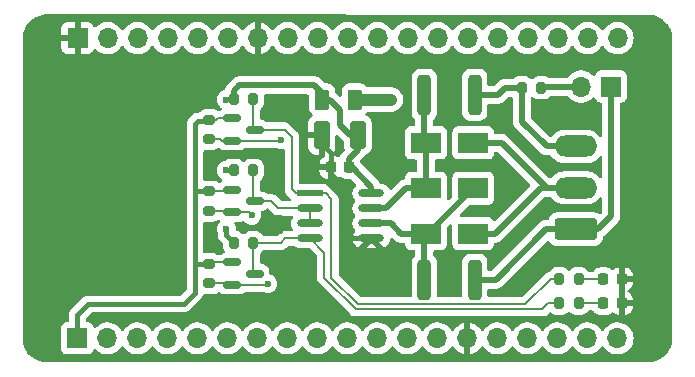
<source format=gbr>
%TF.GenerationSoftware,KiCad,Pcbnew,8.0.5*%
%TF.CreationDate,2025-01-12T16:45:05+07:00*%
%TF.ProjectId,ESP32-MODBUS-RS485-SHIELD,45535033-322d-44d4-9f44-4255532d5253,rev?*%
%TF.SameCoordinates,Original*%
%TF.FileFunction,Copper,L1,Top*%
%TF.FilePolarity,Positive*%
%FSLAX46Y46*%
G04 Gerber Fmt 4.6, Leading zero omitted, Abs format (unit mm)*
G04 Created by KiCad (PCBNEW 8.0.5) date 2025-01-12 16:45:05*
%MOMM*%
%LPD*%
G01*
G04 APERTURE LIST*
G04 Aperture macros list*
%AMRoundRect*
0 Rectangle with rounded corners*
0 $1 Rounding radius*
0 $2 $3 $4 $5 $6 $7 $8 $9 X,Y pos of 4 corners*
0 Add a 4 corners polygon primitive as box body*
4,1,4,$2,$3,$4,$5,$6,$7,$8,$9,$2,$3,0*
0 Add four circle primitives for the rounded corners*
1,1,$1+$1,$2,$3*
1,1,$1+$1,$4,$5*
1,1,$1+$1,$6,$7*
1,1,$1+$1,$8,$9*
0 Add four rect primitives between the rounded corners*
20,1,$1+$1,$2,$3,$4,$5,0*
20,1,$1+$1,$4,$5,$6,$7,0*
20,1,$1+$1,$6,$7,$8,$9,0*
20,1,$1+$1,$8,$9,$2,$3,0*%
G04 Aperture macros list end*
%TA.AperFunction,SMDPad,CuDef*%
%ADD10RoundRect,0.200000X0.200000X0.275000X-0.200000X0.275000X-0.200000X-0.275000X0.200000X-0.275000X0*%
%TD*%
%TA.AperFunction,SMDPad,CuDef*%
%ADD11RoundRect,0.250000X0.375000X0.625000X-0.375000X0.625000X-0.375000X-0.625000X0.375000X-0.625000X0*%
%TD*%
%TA.AperFunction,SMDPad,CuDef*%
%ADD12RoundRect,0.200000X0.275000X-0.200000X0.275000X0.200000X-0.275000X0.200000X-0.275000X-0.200000X0*%
%TD*%
%TA.AperFunction,SMDPad,CuDef*%
%ADD13RoundRect,0.250000X0.412500X0.925000X-0.412500X0.925000X-0.412500X-0.925000X0.412500X-0.925000X0*%
%TD*%
%TA.AperFunction,ComponentPad*%
%ADD14RoundRect,0.250000X1.550000X-0.650000X1.550000X0.650000X-1.550000X0.650000X-1.550000X-0.650000X0*%
%TD*%
%TA.AperFunction,ComponentPad*%
%ADD15O,3.600000X1.800000*%
%TD*%
%TA.AperFunction,ComponentPad*%
%ADD16R,1.700000X1.700000*%
%TD*%
%TA.AperFunction,ComponentPad*%
%ADD17O,1.700000X1.700000*%
%TD*%
%TA.AperFunction,SMDPad,CuDef*%
%ADD18RoundRect,0.150000X-0.587500X-0.150000X0.587500X-0.150000X0.587500X0.150000X-0.587500X0.150000X0*%
%TD*%
%TA.AperFunction,SMDPad,CuDef*%
%ADD19RoundRect,0.218750X0.218750X0.256250X-0.218750X0.256250X-0.218750X-0.256250X0.218750X-0.256250X0*%
%TD*%
%TA.AperFunction,SMDPad,CuDef*%
%ADD20RoundRect,0.250000X-0.312500X-1.450000X0.312500X-1.450000X0.312500X1.450000X-0.312500X1.450000X0*%
%TD*%
%TA.AperFunction,SMDPad,CuDef*%
%ADD21R,2.500000X1.800000*%
%TD*%
%TA.AperFunction,SMDPad,CuDef*%
%ADD22RoundRect,0.225000X0.225000X0.250000X-0.225000X0.250000X-0.225000X-0.250000X0.225000X-0.250000X0*%
%TD*%
%TA.AperFunction,SMDPad,CuDef*%
%ADD23R,2.200000X0.600000*%
%TD*%
%TA.AperFunction,SMDPad,CuDef*%
%ADD24O,2.200000X0.600000*%
%TD*%
%TA.AperFunction,ViaPad*%
%ADD25C,0.600000*%
%TD*%
%TA.AperFunction,ViaPad*%
%ADD26C,0.800000*%
%TD*%
%TA.AperFunction,Conductor*%
%ADD27C,0.203200*%
%TD*%
%TA.AperFunction,Conductor*%
%ADD28C,0.381000*%
%TD*%
%TA.AperFunction,Conductor*%
%ADD29C,0.508000*%
%TD*%
%TA.AperFunction,Conductor*%
%ADD30C,1.016000*%
%TD*%
G04 APERTURE END LIST*
D10*
%TO.P,R42,1*%
%TO.N,/5V*%
X134725000Y-92700000D03*
%TO.P,R42,2*%
%TO.N,/DE_5V*%
X136375000Y-92700000D03*
%TD*%
D11*
%TO.P,F3,1*%
%TO.N,Net-(J1-Pin_19)*%
X145000000Y-86700000D03*
%TO.P,F3,2*%
%TO.N,/5V*%
X142200000Y-86700000D03*
%TD*%
D10*
%TO.P,R40,1*%
%TO.N,/5V*%
X134725000Y-86650000D03*
%TO.P,R40,2*%
%TO.N,/R_5V*%
X136375000Y-86650000D03*
%TD*%
D12*
%TO.P,R39,1*%
%TO.N,/3V3*%
X132650000Y-100625000D03*
%TO.P,R39,2*%
%TO.N,/RS485_TX*%
X132650000Y-102275000D03*
%TD*%
D13*
%TO.P,C5,1*%
%TO.N,/5V*%
X145237500Y-89700000D03*
%TO.P,C5,2*%
%TO.N,GND*%
X142162500Y-89700000D03*
%TD*%
D14*
%TO.P,J9,1,Pin_1*%
%TO.N,/A*%
X163667500Y-97670000D03*
D15*
%TO.P,J9,2,Pin_2*%
%TO.N,/RS485_COM*%
X163667500Y-94170000D03*
%TO.P,J9,3,Pin_3*%
%TO.N,/B*%
X163667500Y-90670000D03*
%TD*%
D16*
%TO.P,J1,1,Pin_1*%
%TO.N,/3V3*%
X121490000Y-106925000D03*
D17*
%TO.P,J1,2,Pin_2*%
%TO.N,/EN*%
X124030000Y-106925000D03*
%TO.P,J1,3,Pin_3*%
%TO.N,/GPIO36*%
X126570000Y-106925000D03*
%TO.P,J1,4,Pin_4*%
%TO.N,/GPIO39*%
X129110000Y-106925000D03*
%TO.P,J1,5,Pin_5*%
%TO.N,/GPIO34*%
X131650000Y-106925000D03*
%TO.P,J1,6,Pin_6*%
%TO.N,/GPIO35*%
X134190000Y-106925000D03*
%TO.P,J1,7,Pin_7*%
%TO.N,/GPIO32*%
X136730000Y-106925000D03*
%TO.P,J1,8,Pin_8*%
%TO.N,/RS485_DE*%
X139270000Y-106925000D03*
%TO.P,J1,9,Pin_9*%
%TO.N,/GPIO25*%
X141810000Y-106925000D03*
%TO.P,J1,10,Pin_10*%
%TO.N,/GPIO26*%
X144350000Y-106925000D03*
%TO.P,J1,11,Pin_11*%
%TO.N,/GPIO27*%
X146890000Y-106925000D03*
%TO.P,J1,12,Pin_12*%
%TO.N,/GPIO14*%
X149430000Y-106925000D03*
%TO.P,J1,13,Pin_13*%
%TO.N,/GPIO12*%
X151970000Y-106925000D03*
%TO.P,J1,14,Pin_14*%
%TO.N,GND*%
X154510000Y-106925000D03*
%TO.P,J1,15,Pin_15*%
%TO.N,/GPIO13*%
X157050000Y-106925000D03*
%TO.P,J1,16,Pin_16*%
%TO.N,/GPIO9*%
X159590000Y-106925000D03*
%TO.P,J1,17,Pin_17*%
%TO.N,/GPIO10*%
X162130000Y-106925000D03*
%TO.P,J1,18,Pin_18*%
%TO.N,/GPIO11*%
X164670000Y-106925000D03*
%TO.P,J1,19,Pin_19*%
%TO.N,Net-(J1-Pin_19)*%
X167210000Y-106925000D03*
%TD*%
D12*
%TO.P,R41,1*%
%TO.N,/3V3*%
X132650000Y-88425000D03*
%TO.P,R41,2*%
%TO.N,/RS485_RX*%
X132650000Y-90075000D03*
%TD*%
D18*
%TO.P,Q19,1,G*%
%TO.N,/3V3*%
X134612500Y-94350000D03*
%TO.P,Q19,2,S*%
%TO.N,/RS485_DE*%
X134612500Y-96250000D03*
%TO.P,Q19,3,D*%
%TO.N,/DE_5V*%
X136487500Y-95300000D03*
%TD*%
D19*
%TO.P,D36,1,K*%
%TO.N,GND*%
X167587500Y-103950000D03*
%TO.P,D36,2,A*%
%TO.N,Net-(D36-A)*%
X166012500Y-103950000D03*
%TD*%
D20*
%TO.P,F1,1*%
%TO.N,Net-(D33-A2)*%
X150862500Y-86300000D03*
%TO.P,F1,2*%
%TO.N,/B*%
X155137500Y-86300000D03*
%TD*%
D21*
%TO.P,D34,1,A1*%
%TO.N,/RS485_COM*%
X155000000Y-98050000D03*
%TO.P,D34,2,A2*%
%TO.N,Net-(D33-A1)*%
X151000000Y-98050000D03*
%TD*%
D10*
%TO.P,R45,1*%
%TO.N,/D_5V*%
X162275000Y-103950000D03*
%TO.P,R45,2*%
%TO.N,Net-(D36-A)*%
X163925000Y-103950000D03*
%TD*%
%TO.P,R38,1*%
%TO.N,/5V*%
X134725000Y-98830000D03*
%TO.P,R38,2*%
%TO.N,/D_5V*%
X136375000Y-98830000D03*
%TD*%
%TO.P,R47,1*%
%TO.N,/R_5V*%
X162275000Y-101900000D03*
%TO.P,R47,2*%
%TO.N,Net-(D37-A)*%
X163925000Y-101900000D03*
%TD*%
D22*
%TO.P,C3,1*%
%TO.N,/5V*%
X144492500Y-92450000D03*
%TO.P,C3,2*%
%TO.N,GND*%
X142942500Y-92450000D03*
%TD*%
D16*
%TO.P,J10,1,Pin_1*%
%TO.N,/A*%
X166675000Y-85600000D03*
D17*
%TO.P,J10,2,Pin_2*%
%TO.N,Net-(J10-Pin_2)*%
X164135000Y-85600000D03*
%TD*%
D21*
%TO.P,D35,1,A1*%
%TO.N,Net-(D33-A2)*%
X151000000Y-90362500D03*
%TO.P,D35,2,A2*%
%TO.N,/RS485_COM*%
X155000000Y-90362500D03*
%TD*%
D20*
%TO.P,F2,1*%
%TO.N,Net-(D33-A1)*%
X150862500Y-101950000D03*
%TO.P,F2,2*%
%TO.N,/A*%
X155137500Y-101950000D03*
%TD*%
D23*
%TO.P,U11,1,R*%
%TO.N,/R_5V*%
X141181060Y-94645000D03*
D24*
%TO.P,U11,2,~{RE}*%
%TO.N,/DE_5V*%
X141181060Y-95915000D03*
%TO.P,U11,3,DE*%
X141181060Y-97185000D03*
%TO.P,U11,4,D*%
%TO.N,/D_5V*%
X141181060Y-98455000D03*
%TO.P,U11,5,GND*%
%TO.N,GND*%
X146380940Y-98455000D03*
%TO.P,U11,6,A*%
%TO.N,Net-(D33-A1)*%
X146380940Y-97185000D03*
%TO.P,U11,7,B*%
%TO.N,Net-(D33-A2)*%
X146380940Y-95915000D03*
%TO.P,U11,8,VCC*%
%TO.N,/5V*%
X146380940Y-94645000D03*
%TD*%
D10*
%TO.P,R36,1*%
%TO.N,/B*%
X159125000Y-85700000D03*
%TO.P,R36,2*%
%TO.N,Net-(J10-Pin_2)*%
X160775000Y-85700000D03*
%TD*%
D12*
%TO.P,R43,1*%
%TO.N,/3V3*%
X132650000Y-94475000D03*
%TO.P,R43,2*%
%TO.N,/RS485_DE*%
X132650000Y-96125000D03*
%TD*%
D18*
%TO.P,Q18,1,G*%
%TO.N,/3V3*%
X134612500Y-88300000D03*
%TO.P,Q18,2,S*%
%TO.N,/RS485_RX*%
X134612500Y-90200000D03*
%TO.P,Q18,3,D*%
%TO.N,/R_5V*%
X136487500Y-89250000D03*
%TD*%
D21*
%TO.P,D33,1,A1*%
%TO.N,Net-(D33-A1)*%
X155000000Y-94225000D03*
%TO.P,D33,2,A2*%
%TO.N,Net-(D33-A2)*%
X151000000Y-94225000D03*
%TD*%
D18*
%TO.P,Q17,1,G*%
%TO.N,/3V3*%
X134612500Y-100500000D03*
%TO.P,Q17,2,S*%
%TO.N,/RS485_TX*%
X134612500Y-102400000D03*
%TO.P,Q17,3,D*%
%TO.N,/D_5V*%
X136487500Y-101450000D03*
%TD*%
D16*
%TO.P,J2,1,Pin_1*%
%TO.N,GND*%
X121500000Y-81500000D03*
D17*
%TO.P,J2,2,Pin_2*%
%TO.N,/GPIO23*%
X124040000Y-81500000D03*
%TO.P,J2,3,Pin_3*%
%TO.N,/GPIO22*%
X126580000Y-81500000D03*
%TO.P,J2,4,Pin_4*%
%TO.N,/GPIO1*%
X129120000Y-81500000D03*
%TO.P,J2,5,Pin_5*%
%TO.N,/GPIO3*%
X131660000Y-81500000D03*
%TO.P,J2,6,Pin_6*%
%TO.N,/GPIO21*%
X134200000Y-81500000D03*
%TO.P,J2,7,Pin_7*%
%TO.N,GND*%
X136740000Y-81500000D03*
%TO.P,J2,8,Pin_8*%
%TO.N,/GPIO19*%
X139280000Y-81500000D03*
%TO.P,J2,9,Pin_9*%
%TO.N,/GPIO18*%
X141820000Y-81500000D03*
%TO.P,J2,10,Pin_10*%
%TO.N,/GPIO5*%
X144360000Y-81500000D03*
%TO.P,J2,11,Pin_11*%
%TO.N,/RS485_TX*%
X146900000Y-81500000D03*
%TO.P,J2,12,Pin_12*%
%TO.N,/RS485_RX*%
X149440000Y-81500000D03*
%TO.P,J2,13,Pin_13*%
%TO.N,/GPIO4*%
X151980000Y-81500000D03*
%TO.P,J2,14,Pin_14*%
%TO.N,/GPIO0*%
X154520000Y-81500000D03*
%TO.P,J2,15,Pin_15*%
%TO.N,/GPIO2*%
X157060000Y-81500000D03*
%TO.P,J2,16,Pin_16*%
%TO.N,/GPIO15*%
X159600000Y-81500000D03*
%TO.P,J2,17,Pin_17*%
%TO.N,/GPIO8*%
X162140000Y-81500000D03*
%TO.P,J2,18,Pin_18*%
%TO.N,/GPIO7*%
X164680000Y-81500000D03*
%TO.P,J2,19,Pin_19*%
%TO.N,/GPIO6*%
X167220000Y-81500000D03*
%TD*%
D19*
%TO.P,D37,1,K*%
%TO.N,GND*%
X167587500Y-101900000D03*
%TO.P,D37,2,A*%
%TO.N,Net-(D37-A)*%
X166012500Y-101900000D03*
%TD*%
D25*
%TO.N,GND*%
X137050000Y-91350000D03*
X139800000Y-100350000D03*
X140950000Y-89700000D03*
X132750000Y-93000000D03*
X148900000Y-92250000D03*
X153050000Y-92250000D03*
X160800000Y-100400000D03*
X141400000Y-102950000D03*
X134900000Y-104350000D03*
X160800000Y-88450000D03*
X138900000Y-102950000D03*
X147750000Y-101250000D03*
X145400000Y-101250000D03*
X158100000Y-94050000D03*
X135900000Y-91350000D03*
X160950000Y-96100000D03*
X132800000Y-91650000D03*
X140900000Y-92450000D03*
X140050000Y-86800000D03*
X135350000Y-97500000D03*
X132650000Y-99100000D03*
X139000000Y-94950000D03*
X147800000Y-88900000D03*
X146700000Y-92250000D03*
X165450000Y-92400000D03*
X161500000Y-89100000D03*
X153000000Y-103200000D03*
X158300000Y-102700000D03*
X138650000Y-97800000D03*
X132550000Y-104350000D03*
X138650000Y-96750000D03*
X132650000Y-97450000D03*
X153000000Y-100750000D03*
%TO.N,/5V*%
X134100000Y-86700000D03*
X134100000Y-92700000D03*
X134100000Y-97650000D03*
%TO.N,/RS485_DE*%
X136250000Y-96500000D03*
%TO.N,/RS485_TX*%
X137600000Y-102300000D03*
%TO.N,/RS485_RX*%
X138698900Y-90100000D03*
D26*
%TO.N,Net-(J1-Pin_19)*%
X148050000Y-86700000D03*
X147000000Y-86700000D03*
%TD*%
D27*
%TO.N,/3V3*%
X133225000Y-88425000D02*
X133400000Y-88250000D01*
X132650000Y-94475000D02*
X134487500Y-94475000D01*
D28*
X122400000Y-104000000D02*
X130500000Y-104000000D01*
X132650000Y-100625000D02*
X131575000Y-100625000D01*
X130500000Y-104000000D02*
X131450000Y-103050000D01*
D27*
X132775000Y-100500000D02*
X132650000Y-100625000D01*
D28*
X131700000Y-88500000D02*
X132575000Y-88500000D01*
D27*
X133400000Y-88250000D02*
X134562500Y-88250000D01*
X134612500Y-100500000D02*
X132775000Y-100500000D01*
D28*
X131450000Y-88750000D02*
X131700000Y-88500000D01*
X131450000Y-100500000D02*
X131450000Y-94550000D01*
X121490000Y-104910000D02*
X122400000Y-104000000D01*
D27*
X132650000Y-88425000D02*
X133225000Y-88425000D01*
D28*
X131525000Y-94475000D02*
X131450000Y-94550000D01*
D27*
X134487500Y-94475000D02*
X134612500Y-94350000D01*
D28*
X132575000Y-88500000D02*
X132650000Y-88425000D01*
X131450000Y-94550000D02*
X131450000Y-88750000D01*
X121490000Y-106925000D02*
X121490000Y-104910000D01*
X131450000Y-103050000D02*
X131450000Y-100500000D01*
X132650000Y-94475000D02*
X131525000Y-94475000D01*
D27*
X134562500Y-88250000D02*
X134612500Y-88300000D01*
D28*
X131575000Y-100625000D02*
X131450000Y-100500000D01*
%TO.N,GND*%
X142162500Y-89700000D02*
X140950000Y-89700000D01*
X142942500Y-92992500D02*
X144300000Y-94350000D01*
X144300000Y-94350000D02*
X144300000Y-97950000D01*
X144805000Y-98455000D02*
X146380940Y-98455000D01*
X142162500Y-90412500D02*
X142942500Y-91192500D01*
D27*
X167587500Y-103950000D02*
X167587500Y-101900000D01*
D28*
X142942500Y-91192500D02*
X142942500Y-92450000D01*
X142942500Y-92450000D02*
X142942500Y-92992500D01*
X144300000Y-97950000D02*
X144805000Y-98455000D01*
X142162500Y-89700000D02*
X142162500Y-90412500D01*
D29*
%TO.N,/5V*%
X144492500Y-91707500D02*
X144492500Y-92450000D01*
D28*
X134100000Y-98205000D02*
X134725000Y-98830000D01*
X134725000Y-92700000D02*
X134100000Y-92700000D01*
D29*
X142850000Y-86700000D02*
X143750000Y-87600000D01*
X142200000Y-86700000D02*
X142850000Y-86700000D01*
D28*
X134725000Y-86650000D02*
X134150000Y-86650000D01*
D29*
X144492500Y-92450000D02*
X144750000Y-92450000D01*
X145237500Y-90962500D02*
X144492500Y-91707500D01*
X146380940Y-94080940D02*
X146380940Y-94645000D01*
X142200000Y-86150000D02*
X142200000Y-86700000D01*
X141550000Y-85500000D02*
X142200000Y-86150000D01*
X144600000Y-89700000D02*
X145237500Y-89700000D01*
D28*
X134100000Y-97650000D02*
X134100000Y-98205000D01*
D29*
X144750000Y-92450000D02*
X146380940Y-94080940D01*
X134725000Y-85975000D02*
X135200000Y-85500000D01*
X143750000Y-87600000D02*
X143750000Y-88850000D01*
X135200000Y-85500000D02*
X141550000Y-85500000D01*
D28*
X134150000Y-86650000D02*
X134100000Y-86700000D01*
D29*
X145237500Y-89700000D02*
X145237500Y-90962500D01*
X143750000Y-88850000D02*
X144600000Y-89700000D01*
X134725000Y-86650000D02*
X134725000Y-85975000D01*
%TO.N,/RS485_COM*%
X157412500Y-90362500D02*
X161220000Y-94170000D01*
X155000000Y-98050000D02*
X156850000Y-98050000D01*
X156850000Y-98050000D02*
X160730000Y-94170000D01*
X161220000Y-94170000D02*
X163667500Y-94170000D01*
X160730000Y-94170000D02*
X163667500Y-94170000D01*
X155000000Y-90362500D02*
X157412500Y-90362500D01*
%TO.N,Net-(D33-A1)*%
X150862500Y-101950000D02*
X150862500Y-98187500D01*
X148900000Y-98050000D02*
X151000000Y-98050000D01*
X150862500Y-98187500D02*
X151000000Y-98050000D01*
X151175000Y-98050000D02*
X155000000Y-94225000D01*
X146380940Y-97185000D02*
X148035000Y-97185000D01*
X151000000Y-98050000D02*
X151175000Y-98050000D01*
X148035000Y-97185000D02*
X148900000Y-98050000D01*
%TO.N,Net-(J10-Pin_2)*%
X164135000Y-85600000D02*
X160875000Y-85600000D01*
X160875000Y-85600000D02*
X160775000Y-85700000D01*
D27*
%TO.N,/R_5V*%
X136375000Y-89137500D02*
X136487500Y-89250000D01*
X143000000Y-101800000D02*
X145250000Y-104050000D01*
X142495000Y-94645000D02*
X143000000Y-95150000D01*
X139650000Y-94300000D02*
X139995000Y-94645000D01*
X136487500Y-89250000D02*
X139050000Y-89250000D01*
X161550000Y-101900000D02*
X162275000Y-101900000D01*
X141181060Y-94645000D02*
X142495000Y-94645000D01*
X143000000Y-95150000D02*
X143000000Y-101800000D01*
X145250000Y-104050000D02*
X159400000Y-104050000D01*
X139650000Y-89850000D02*
X139650000Y-94300000D01*
X139050000Y-89250000D02*
X139650000Y-89850000D01*
X159400000Y-104050000D02*
X161550000Y-101900000D01*
X139995000Y-94645000D02*
X141181060Y-94645000D01*
X136375000Y-86650000D02*
X136375000Y-89137500D01*
D29*
%TO.N,/B*%
X157100000Y-86300000D02*
X157700000Y-85700000D01*
X159125000Y-88575000D02*
X161220000Y-90670000D01*
X159125000Y-85700000D02*
X159125000Y-88575000D01*
X157700000Y-85700000D02*
X159125000Y-85700000D01*
X161220000Y-90670000D02*
X163667500Y-90670000D01*
X155137500Y-86300000D02*
X157100000Y-86300000D01*
%TO.N,/A*%
X156900000Y-101950000D02*
X161180000Y-97670000D01*
X155137500Y-101950000D02*
X156900000Y-101950000D01*
X163667500Y-97670000D02*
X165580000Y-97670000D01*
X161180000Y-97670000D02*
X163667500Y-97670000D01*
X166675000Y-85600000D02*
X166675000Y-96575000D01*
X166675000Y-96575000D02*
X165580000Y-97670000D01*
D27*
%TO.N,/D_5V*%
X136375000Y-101337500D02*
X136487500Y-101450000D01*
X138720000Y-98830000D02*
X139095000Y-98455000D01*
X136375000Y-98830000D02*
X136375000Y-101337500D01*
X142400000Y-101800000D02*
X145053200Y-104453200D01*
X161350000Y-103950000D02*
X162275000Y-103950000D01*
X136375000Y-98830000D02*
X138720000Y-98830000D01*
X145053200Y-104453200D02*
X160846800Y-104453200D01*
X139095000Y-98455000D02*
X141181060Y-98455000D01*
X160846800Y-104453200D02*
X161350000Y-103950000D01*
X141181060Y-98455000D02*
X142400000Y-99673940D01*
X142400000Y-99673940D02*
X142400000Y-101800000D01*
%TO.N,/DE_5V*%
X136375000Y-92700000D02*
X136375000Y-95187500D01*
X136487500Y-95300000D02*
X137900000Y-95300000D01*
X138515000Y-95915000D02*
X141181060Y-95915000D01*
X136375000Y-95187500D02*
X136487500Y-95300000D01*
X141181060Y-95915000D02*
X141181060Y-97185000D01*
X137900000Y-95300000D02*
X138515000Y-95915000D01*
D29*
%TO.N,Net-(D33-A2)*%
X149275000Y-94225000D02*
X151000000Y-94225000D01*
X147585000Y-95915000D02*
X149275000Y-94225000D01*
X150862500Y-90225000D02*
X151000000Y-90362500D01*
X150862500Y-86300000D02*
X150862500Y-90225000D01*
X151000000Y-90362500D02*
X151000000Y-94225000D01*
X146380940Y-95915000D02*
X147585000Y-95915000D01*
D27*
%TO.N,Net-(D36-A)*%
X163925000Y-103950000D02*
X166012500Y-103950000D01*
%TO.N,Net-(D37-A)*%
X163925000Y-101900000D02*
X166012500Y-101900000D01*
%TO.N,/RS485_DE*%
X136000000Y-96250000D02*
X136250000Y-96500000D01*
X134612500Y-96250000D02*
X136000000Y-96250000D01*
X132650000Y-96125000D02*
X134487500Y-96125000D01*
X134487500Y-96125000D02*
X134612500Y-96250000D01*
%TO.N,/RS485_TX*%
X132650000Y-102275000D02*
X134487500Y-102275000D01*
X137500000Y-102400000D02*
X134612500Y-102400000D01*
X134487500Y-102275000D02*
X134612500Y-102400000D01*
X137600000Y-102300000D02*
X137500000Y-102400000D01*
%TO.N,/RS485_RX*%
X133525000Y-90075000D02*
X133700000Y-90250000D01*
X134562500Y-90250000D02*
X134612500Y-90200000D01*
X134612500Y-90200000D02*
X138598900Y-90200000D01*
X132650000Y-90075000D02*
X133525000Y-90075000D01*
X138598900Y-90200000D02*
X138698900Y-90100000D01*
X133700000Y-90250000D02*
X134562500Y-90250000D01*
D30*
%TO.N,Net-(J1-Pin_19)*%
X145000000Y-86700000D02*
X148050000Y-86700000D01*
%TD*%
%TA.AperFunction,Conductor*%
%TO.N,GND*%
G36*
X141008621Y-86282502D02*
G01*
X141055114Y-86336158D01*
X141066500Y-86388500D01*
X141066500Y-87375544D01*
X141077112Y-87479425D01*
X141132885Y-87647738D01*
X141225970Y-87798652D01*
X141225975Y-87798658D01*
X141351343Y-87924026D01*
X141356742Y-87928295D01*
X141397772Y-87986236D01*
X141400962Y-88057161D01*
X141365302Y-88118552D01*
X141344741Y-88134372D01*
X141276662Y-88176363D01*
X141276654Y-88176370D01*
X141151370Y-88301654D01*
X141151365Y-88301660D01*
X141058342Y-88452474D01*
X141002606Y-88620678D01*
X141002605Y-88620681D01*
X140992000Y-88724483D01*
X140992000Y-89446000D01*
X142290500Y-89446000D01*
X142358621Y-89466002D01*
X142405114Y-89519658D01*
X142416500Y-89572000D01*
X142416500Y-91403950D01*
X142425325Y-91420112D01*
X142420260Y-91490927D01*
X142377713Y-91547763D01*
X142368352Y-91554135D01*
X142259773Y-91621107D01*
X142259765Y-91621114D01*
X142138614Y-91742265D01*
X142138609Y-91742271D01*
X142048652Y-91888115D01*
X141994757Y-92050758D01*
X141994755Y-92050770D01*
X141984500Y-92151147D01*
X141984500Y-92196000D01*
X143070500Y-92196000D01*
X143138621Y-92216002D01*
X143185114Y-92269658D01*
X143196500Y-92322000D01*
X143196500Y-93433000D01*
X143216353Y-93433000D01*
X143216352Y-93432999D01*
X143316729Y-93422744D01*
X143316741Y-93422742D01*
X143479384Y-93368847D01*
X143625227Y-93278890D01*
X143628046Y-93276072D01*
X143630460Y-93274753D01*
X143630986Y-93274338D01*
X143631056Y-93274427D01*
X143690356Y-93242043D01*
X143761172Y-93247104D01*
X143806245Y-93276070D01*
X143809460Y-93279285D01*
X143955399Y-93369302D01*
X144118164Y-93423236D01*
X144138256Y-93425288D01*
X144218620Y-93433500D01*
X144218628Y-93433500D01*
X144602972Y-93433500D01*
X144671093Y-93453502D01*
X144692067Y-93470405D01*
X145063009Y-93841347D01*
X145097035Y-93903659D01*
X145091970Y-93974474D01*
X145063010Y-94019537D01*
X144952938Y-94129609D01*
X144879238Y-94239910D01*
X144864457Y-94262032D01*
X144823838Y-94360095D01*
X144803511Y-94409167D01*
X144803510Y-94409170D01*
X144772440Y-94565367D01*
X144772440Y-94565370D01*
X144772440Y-94724630D01*
X144803510Y-94880831D01*
X144864457Y-95027968D01*
X144952937Y-95160389D01*
X144952938Y-95160390D01*
X144952943Y-95160396D01*
X144983452Y-95190905D01*
X145017478Y-95253217D01*
X145012413Y-95324032D01*
X144983452Y-95369095D01*
X144952943Y-95399603D01*
X144952938Y-95399609D01*
X144875904Y-95514900D01*
X144864457Y-95532032D01*
X144821235Y-95636379D01*
X144803511Y-95679167D01*
X144803510Y-95679170D01*
X144772440Y-95835367D01*
X144772440Y-95835370D01*
X144772440Y-95994630D01*
X144803510Y-96150831D01*
X144864457Y-96297968D01*
X144952736Y-96430088D01*
X144952938Y-96430390D01*
X144952943Y-96430396D01*
X144983452Y-96460905D01*
X145017478Y-96523217D01*
X145012413Y-96594032D01*
X144983452Y-96639095D01*
X144952943Y-96669603D01*
X144952938Y-96669609D01*
X144933226Y-96699111D01*
X144864457Y-96802032D01*
X144803510Y-96949169D01*
X144798207Y-96975829D01*
X144772440Y-97105367D01*
X144772440Y-97264632D01*
X144782184Y-97313616D01*
X144803510Y-97420831D01*
X144864457Y-97567968D01*
X144952937Y-97700389D01*
X144952938Y-97700390D01*
X144952943Y-97700396D01*
X144983805Y-97731258D01*
X145017831Y-97793570D01*
X145012766Y-97864385D01*
X144983807Y-97909447D01*
X144953324Y-97939930D01*
X144864899Y-98072267D01*
X144803993Y-98219309D01*
X144803991Y-98219314D01*
X144772940Y-98375416D01*
X144772940Y-98534583D01*
X144803991Y-98690685D01*
X144803993Y-98690690D01*
X144864899Y-98837732D01*
X144953324Y-98970069D01*
X144953329Y-98970075D01*
X145065864Y-99082610D01*
X145065870Y-99082615D01*
X145198208Y-99171040D01*
X145274207Y-99202521D01*
X145274209Y-99202520D01*
X146291844Y-98184885D01*
X146354156Y-98150860D01*
X146424971Y-98155924D01*
X146470034Y-98184885D01*
X147487669Y-99202520D01*
X147487671Y-99202520D01*
X147563673Y-99171039D01*
X147696009Y-99082615D01*
X147696015Y-99082610D01*
X147808550Y-98970075D01*
X147808555Y-98970069D01*
X147896980Y-98837732D01*
X147957886Y-98690690D01*
X147957888Y-98690685D01*
X147988939Y-98534583D01*
X147988940Y-98534579D01*
X147988940Y-98521468D01*
X148008942Y-98453347D01*
X148062598Y-98406854D01*
X148132872Y-98396750D01*
X148197452Y-98426244D01*
X148204035Y-98432373D01*
X148413935Y-98642273D01*
X148538821Y-98725719D01*
X148636943Y-98766362D01*
X148677587Y-98783197D01*
X148824900Y-98812500D01*
X148975100Y-98812500D01*
X149115500Y-98812500D01*
X149183621Y-98832502D01*
X149230114Y-98886158D01*
X149241500Y-98938500D01*
X149241500Y-98998649D01*
X149248009Y-99059196D01*
X149248011Y-99059204D01*
X149299110Y-99196202D01*
X149299112Y-99196207D01*
X149386738Y-99313261D01*
X149503792Y-99400887D01*
X149503794Y-99400888D01*
X149503796Y-99400889D01*
X149546066Y-99416655D01*
X149640795Y-99451988D01*
X149640803Y-99451990D01*
X149701350Y-99458499D01*
X149701355Y-99458499D01*
X149701362Y-99458500D01*
X149974000Y-99458500D01*
X150042121Y-99478502D01*
X150088614Y-99532158D01*
X150100000Y-99584500D01*
X150100000Y-99825127D01*
X150079998Y-99893248D01*
X150063095Y-99914222D01*
X149950975Y-100026341D01*
X149950970Y-100026347D01*
X149857885Y-100177262D01*
X149802113Y-100345572D01*
X149802112Y-100345579D01*
X149791500Y-100449446D01*
X149791501Y-103313900D01*
X149771499Y-103382021D01*
X149717843Y-103428514D01*
X149665501Y-103439900D01*
X145554901Y-103439900D01*
X145486780Y-103419898D01*
X145465806Y-103402995D01*
X143647005Y-101584193D01*
X143612979Y-101521881D01*
X143610100Y-101495098D01*
X143610100Y-99262999D01*
X145932149Y-99262999D01*
X145932150Y-99263000D01*
X146829730Y-99263000D01*
X146829730Y-99262999D01*
X146380941Y-98814210D01*
X146380939Y-98814210D01*
X145932149Y-99262999D01*
X143610100Y-99262999D01*
X143610100Y-95089912D01*
X143610099Y-95089907D01*
X143609636Y-95087581D01*
X143604480Y-95061655D01*
X143586655Y-94972040D01*
X143548874Y-94880831D01*
X143540664Y-94861009D01*
X143473896Y-94761084D01*
X143388916Y-94676104D01*
X142883916Y-94171104D01*
X142783991Y-94104336D01*
X142783989Y-94104335D01*
X142783986Y-94104333D01*
X142751472Y-94090866D01*
X142751461Y-94090857D01*
X142751460Y-94090861D01*
X142751450Y-94090857D01*
X142750129Y-94090309D01*
X142746493Y-94088803D01*
X142693856Y-94047909D01*
X142644321Y-93981739D01*
X142644317Y-93981736D01*
X142527267Y-93894112D01*
X142527262Y-93894110D01*
X142390264Y-93843011D01*
X142390256Y-93843009D01*
X142329709Y-93836500D01*
X142329698Y-93836500D01*
X140386100Y-93836500D01*
X140317979Y-93816498D01*
X140271486Y-93762842D01*
X140260100Y-93710500D01*
X140260100Y-92748852D01*
X141984500Y-92748852D01*
X141994755Y-92849229D01*
X141994757Y-92849241D01*
X142048652Y-93011884D01*
X142138609Y-93157728D01*
X142138614Y-93157734D01*
X142259765Y-93278885D01*
X142259771Y-93278890D01*
X142405615Y-93368847D01*
X142568258Y-93422742D01*
X142568270Y-93422744D01*
X142668647Y-93432999D01*
X142668647Y-93433000D01*
X142688500Y-93433000D01*
X142688500Y-92704000D01*
X141984500Y-92704000D01*
X141984500Y-92748852D01*
X140260100Y-92748852D01*
X140260100Y-90675516D01*
X140992000Y-90675516D01*
X141002605Y-90779318D01*
X141002606Y-90779321D01*
X141058342Y-90947525D01*
X141151365Y-91098339D01*
X141151370Y-91098345D01*
X141276654Y-91223629D01*
X141276660Y-91223634D01*
X141427474Y-91316657D01*
X141595678Y-91372393D01*
X141595681Y-91372394D01*
X141699483Y-91382999D01*
X141699483Y-91383000D01*
X141908500Y-91383000D01*
X141908500Y-89954000D01*
X140992000Y-89954000D01*
X140992000Y-90675516D01*
X140260100Y-90675516D01*
X140260100Y-89789912D01*
X140260099Y-89789905D01*
X140251436Y-89746351D01*
X140236655Y-89672042D01*
X140236655Y-89672040D01*
X140193034Y-89566732D01*
X140191357Y-89562046D01*
X140123896Y-89461084D01*
X140090807Y-89427995D01*
X140038916Y-89376104D01*
X139438916Y-88776104D01*
X139438908Y-88776097D01*
X139437214Y-88774965D01*
X139437111Y-88774898D01*
X139435611Y-88773896D01*
X139338991Y-88709336D01*
X139319504Y-88701264D01*
X139300019Y-88693193D01*
X139300018Y-88693193D01*
X139227960Y-88663345D01*
X139227957Y-88663344D01*
X139110095Y-88639900D01*
X139110090Y-88639900D01*
X137598351Y-88639900D01*
X137530230Y-88619898D01*
X137509256Y-88602995D01*
X137481810Y-88575549D01*
X137481803Y-88575544D01*
X137338605Y-88490856D01*
X137178829Y-88444437D01*
X137141511Y-88441500D01*
X137141502Y-88441500D01*
X137111100Y-88441500D01*
X137042979Y-88421498D01*
X136996486Y-88367842D01*
X136985100Y-88315500D01*
X136985100Y-87569062D01*
X137005102Y-87500941D01*
X137022005Y-87479967D01*
X137136811Y-87365160D01*
X137136816Y-87365155D01*
X137225827Y-87217913D01*
X137277013Y-87053649D01*
X137283500Y-86982265D01*
X137283499Y-86388499D01*
X137303501Y-86320379D01*
X137357157Y-86273886D01*
X137409499Y-86262500D01*
X140940500Y-86262500D01*
X141008621Y-86282502D01*
G37*
%TD.AperFunction*%
%TA.AperFunction,Conductor*%
G36*
X161584408Y-94952502D02*
G01*
X161618223Y-94984439D01*
X161693158Y-95087578D01*
X161849921Y-95244341D01*
X161849924Y-95244343D01*
X162029285Y-95374657D01*
X162226824Y-95475308D01*
X162437676Y-95543818D01*
X162656649Y-95578500D01*
X162656652Y-95578500D01*
X164678348Y-95578500D01*
X164678351Y-95578500D01*
X164897324Y-95543818D01*
X165108176Y-95475308D01*
X165305715Y-95374657D01*
X165485076Y-95244343D01*
X165641843Y-95087576D01*
X165684565Y-95028773D01*
X165740786Y-94985421D01*
X165811522Y-94979346D01*
X165874314Y-95012477D01*
X165909225Y-95074297D01*
X165912500Y-95102836D01*
X165912500Y-96206972D01*
X165892498Y-96275093D01*
X165875599Y-96296062D01*
X165798425Y-96373237D01*
X165736112Y-96407262D01*
X165665297Y-96402196D01*
X165643184Y-96391382D01*
X165540239Y-96327885D01*
X165371927Y-96272113D01*
X165371920Y-96272112D01*
X165268053Y-96261500D01*
X162066955Y-96261500D01*
X161963074Y-96272112D01*
X161794761Y-96327885D01*
X161643847Y-96420970D01*
X161643841Y-96420975D01*
X161518475Y-96546341D01*
X161518470Y-96546347D01*
X161435385Y-96681050D01*
X161425385Y-96697262D01*
X161384338Y-96821133D01*
X161343926Y-96879504D01*
X161278370Y-96906760D01*
X161264735Y-96907500D01*
X161104896Y-96907500D01*
X160960724Y-96936179D01*
X160957587Y-96936802D01*
X160957584Y-96936804D01*
X160818820Y-96994282D01*
X160693934Y-97077727D01*
X160693930Y-97077730D01*
X156621067Y-101150595D01*
X156558755Y-101184621D01*
X156531972Y-101187500D01*
X156334499Y-101187500D01*
X156266378Y-101167498D01*
X156219885Y-101113842D01*
X156208499Y-101061500D01*
X156208499Y-100449455D01*
X156197887Y-100345574D01*
X156197886Y-100345572D01*
X156142115Y-100177262D01*
X156049030Y-100026348D01*
X156049029Y-100026347D01*
X156049024Y-100026341D01*
X155923658Y-99900975D01*
X155923652Y-99900970D01*
X155901037Y-99887021D01*
X155772738Y-99807885D01*
X155670991Y-99774170D01*
X155604427Y-99752113D01*
X155604420Y-99752112D01*
X155500553Y-99741500D01*
X154774455Y-99741500D01*
X154670574Y-99752112D01*
X154502261Y-99807885D01*
X154351347Y-99900970D01*
X154351341Y-99900975D01*
X154225975Y-100026341D01*
X154225970Y-100026347D01*
X154132885Y-100177262D01*
X154077113Y-100345572D01*
X154077112Y-100345579D01*
X154066500Y-100449446D01*
X154066501Y-103313900D01*
X154046499Y-103382021D01*
X153992843Y-103428514D01*
X153940501Y-103439900D01*
X152059500Y-103439900D01*
X151991379Y-103419898D01*
X151944886Y-103366242D01*
X151933500Y-103313900D01*
X151933499Y-100449455D01*
X151922887Y-100345574D01*
X151922886Y-100345572D01*
X151867115Y-100177262D01*
X151774030Y-100026348D01*
X151774029Y-100026347D01*
X151774024Y-100026341D01*
X151661905Y-99914222D01*
X151627879Y-99851910D01*
X151625000Y-99825127D01*
X151625000Y-99584500D01*
X151645002Y-99516379D01*
X151698658Y-99469886D01*
X151751000Y-99458500D01*
X152298632Y-99458500D01*
X152298638Y-99458500D01*
X152298645Y-99458499D01*
X152298649Y-99458499D01*
X152359196Y-99451990D01*
X152359199Y-99451989D01*
X152359201Y-99451989D01*
X152496204Y-99400889D01*
X152500180Y-99397913D01*
X152613261Y-99313261D01*
X152700887Y-99196207D01*
X152700887Y-99196206D01*
X152700889Y-99196204D01*
X152751989Y-99059201D01*
X152758500Y-98998638D01*
X152758500Y-97597028D01*
X152778502Y-97528907D01*
X152795405Y-97507933D01*
X153026405Y-97276933D01*
X153088717Y-97242907D01*
X153159532Y-97247972D01*
X153216368Y-97290519D01*
X153241179Y-97357039D01*
X153241500Y-97366028D01*
X153241500Y-98998649D01*
X153248009Y-99059196D01*
X153248011Y-99059204D01*
X153299110Y-99196202D01*
X153299112Y-99196207D01*
X153386738Y-99313261D01*
X153503792Y-99400887D01*
X153503794Y-99400888D01*
X153503796Y-99400889D01*
X153546066Y-99416655D01*
X153640795Y-99451988D01*
X153640803Y-99451990D01*
X153701350Y-99458499D01*
X153701355Y-99458499D01*
X153701362Y-99458500D01*
X153701368Y-99458500D01*
X156298632Y-99458500D01*
X156298638Y-99458500D01*
X156298645Y-99458499D01*
X156298649Y-99458499D01*
X156359196Y-99451990D01*
X156359199Y-99451989D01*
X156359201Y-99451989D01*
X156496204Y-99400889D01*
X156500180Y-99397913D01*
X156613261Y-99313261D01*
X156700887Y-99196207D01*
X156700887Y-99196206D01*
X156700889Y-99196204D01*
X156751989Y-99059201D01*
X156758500Y-98998638D01*
X156758500Y-98938500D01*
X156778502Y-98870379D01*
X156832158Y-98823886D01*
X156884500Y-98812500D01*
X156925100Y-98812500D01*
X157072413Y-98783197D01*
X157211179Y-98725718D01*
X157253728Y-98697288D01*
X157336065Y-98642273D01*
X157336064Y-98642273D01*
X157336068Y-98642271D01*
X157336069Y-98642269D01*
X161008933Y-94969405D01*
X161071245Y-94935379D01*
X161098028Y-94932500D01*
X161144900Y-94932500D01*
X161516287Y-94932500D01*
X161584408Y-94952502D01*
G37*
%TD.AperFunction*%
%TA.AperFunction,Conductor*%
G36*
X133498729Y-96875713D02*
G01*
X133550030Y-96924791D01*
X133566653Y-96993815D01*
X133543321Y-97060868D01*
X133529902Y-97076705D01*
X133463886Y-97142721D01*
X133366958Y-97296981D01*
X133366957Y-97296984D01*
X133323622Y-97420831D01*
X133306783Y-97468953D01*
X133286384Y-97650000D01*
X133306783Y-97831047D01*
X133306783Y-97831049D01*
X133306784Y-97831050D01*
X133366956Y-98003014D01*
X133381687Y-98026457D01*
X133401000Y-98093494D01*
X133401000Y-98273848D01*
X133403439Y-98286106D01*
X133403439Y-98286111D01*
X133403440Y-98286111D01*
X133427862Y-98408891D01*
X133480554Y-98536101D01*
X133551496Y-98642273D01*
X133557052Y-98650587D01*
X133779596Y-98873131D01*
X133813620Y-98935442D01*
X133816500Y-98962224D01*
X133816500Y-99162261D01*
X133822986Y-99233646D01*
X133822986Y-99233647D01*
X133874170Y-99397906D01*
X133874171Y-99397909D01*
X133874172Y-99397911D01*
X133874173Y-99397913D01*
X133910799Y-99458499D01*
X133948791Y-99521346D01*
X133966914Y-99589990D01*
X133945049Y-99657536D01*
X133890137Y-99702538D01*
X133876115Y-99707527D01*
X133761394Y-99740856D01*
X133618196Y-99825544D01*
X133618189Y-99825549D01*
X133590744Y-99852995D01*
X133528432Y-99887021D01*
X133501649Y-99889900D01*
X133442735Y-99889900D01*
X133374614Y-99869898D01*
X133365241Y-99863236D01*
X133348300Y-99852995D01*
X133217913Y-99774173D01*
X133217912Y-99774172D01*
X133217911Y-99774172D01*
X133217906Y-99774170D01*
X133053646Y-99722986D01*
X133001723Y-99718268D01*
X132982265Y-99716500D01*
X132982262Y-99716500D01*
X132317738Y-99716500D01*
X132286400Y-99719348D01*
X132216749Y-99705591D01*
X132165592Y-99656362D01*
X132149000Y-99593865D01*
X132149000Y-97156135D01*
X132169002Y-97088014D01*
X132222658Y-97041521D01*
X132286401Y-97030652D01*
X132317735Y-97033500D01*
X132982264Y-97033499D01*
X133053649Y-97027013D01*
X133217913Y-96975827D01*
X133365155Y-96886816D01*
X133365155Y-96886815D01*
X133371677Y-96882873D01*
X133372720Y-96884598D01*
X133429037Y-96862161D01*
X133498729Y-96875713D01*
G37*
%TD.AperFunction*%
%TA.AperFunction,Conductor*%
G36*
X137640755Y-95919670D02*
G01*
X137685817Y-95948629D01*
X138126084Y-96388896D01*
X138226009Y-96455664D01*
X138337040Y-96501654D01*
X138454910Y-96525100D01*
X138575090Y-96525100D01*
X139613888Y-96525100D01*
X139682009Y-96545102D01*
X139728502Y-96598758D01*
X139738606Y-96669032D01*
X139718654Y-96721099D01*
X139664577Y-96802032D01*
X139603630Y-96949169D01*
X139598327Y-96975829D01*
X139572560Y-97105367D01*
X139572560Y-97264632D01*
X139582304Y-97313616D01*
X139603630Y-97420831D01*
X139664577Y-97567968D01*
X139718653Y-97648900D01*
X139739868Y-97716651D01*
X139721085Y-97785118D01*
X139668268Y-97832561D01*
X139613888Y-97844900D01*
X139034904Y-97844900D01*
X138917042Y-97868344D01*
X138917038Y-97868346D01*
X138858936Y-97892413D01*
X138806009Y-97914336D01*
X138706084Y-97981103D01*
X138629995Y-98057193D01*
X138504191Y-98182996D01*
X138441882Y-98217020D01*
X138415098Y-98219900D01*
X137271388Y-98219900D01*
X137203267Y-98199898D01*
X137163560Y-98159085D01*
X137136815Y-98114844D01*
X137136811Y-98114839D01*
X137015160Y-97993188D01*
X137015155Y-97993184D01*
X136964282Y-97962430D01*
X136867913Y-97904173D01*
X136867912Y-97904172D01*
X136867911Y-97904172D01*
X136867906Y-97904170D01*
X136703646Y-97852986D01*
X136651723Y-97848268D01*
X136632265Y-97846500D01*
X136632262Y-97846500D01*
X136117738Y-97846500D01*
X136046353Y-97852986D01*
X136046352Y-97852986D01*
X135882093Y-97904170D01*
X135882088Y-97904172D01*
X135734844Y-97993184D01*
X135734839Y-97993188D01*
X135639095Y-98088933D01*
X135576783Y-98122959D01*
X135505968Y-98117894D01*
X135460905Y-98088933D01*
X135365160Y-97993188D01*
X135365155Y-97993184D01*
X135314282Y-97962430D01*
X135217913Y-97904173D01*
X135217912Y-97904172D01*
X135217911Y-97904172D01*
X135217906Y-97904170D01*
X135053646Y-97852986D01*
X135020616Y-97849985D01*
X134954585Y-97823901D01*
X134913138Y-97766258D01*
X134906810Y-97710399D01*
X134913616Y-97650000D01*
X134893217Y-97468953D01*
X134833043Y-97296985D01*
X134827083Y-97287500D01*
X134804486Y-97251536D01*
X134785180Y-97183215D01*
X134805875Y-97115302D01*
X134860002Y-97069359D01*
X134911173Y-97058500D01*
X135266511Y-97058500D01*
X135266511Y-97058499D01*
X135303831Y-97055562D01*
X135463601Y-97009145D01*
X135475084Y-97002354D01*
X135543900Y-96984894D01*
X135611231Y-97007410D01*
X135628319Y-97021712D01*
X135742718Y-97136111D01*
X135742720Y-97136112D01*
X135896981Y-97233041D01*
X135896982Y-97233041D01*
X135896985Y-97233043D01*
X136068953Y-97293217D01*
X136250000Y-97313616D01*
X136431047Y-97293217D01*
X136603015Y-97233043D01*
X136757281Y-97136111D01*
X136886111Y-97007281D01*
X136983043Y-96853015D01*
X137043217Y-96681047D01*
X137063616Y-96500000D01*
X137043217Y-96318953D01*
X137028184Y-96275991D01*
X137024565Y-96205087D01*
X137059854Y-96143481D01*
X137122847Y-96110735D01*
X137139045Y-96108843D01*
X137139034Y-96108695D01*
X137169344Y-96106308D01*
X137178831Y-96105562D01*
X137338601Y-96059145D01*
X137338603Y-96059143D01*
X137338605Y-96059143D01*
X137447686Y-95994632D01*
X137481807Y-95974453D01*
X137507629Y-95948630D01*
X137569939Y-95914606D01*
X137640755Y-95919670D01*
G37*
%TD.AperFunction*%
%TA.AperFunction,Conductor*%
G36*
X138340107Y-90829413D02*
G01*
X138344972Y-90832469D01*
X138345885Y-90833043D01*
X138517853Y-90893217D01*
X138698900Y-90913616D01*
X138879947Y-90893217D01*
X138879955Y-90893213D01*
X138885860Y-90891867D01*
X138956724Y-90896207D01*
X139013991Y-90938171D01*
X139039481Y-91004434D01*
X139039900Y-91014707D01*
X139039900Y-94360095D01*
X139049662Y-94409169D01*
X139063345Y-94477960D01*
X139095865Y-94556470D01*
X139095865Y-94556471D01*
X139095864Y-94556471D01*
X139109331Y-94588983D01*
X139109335Y-94588989D01*
X139163396Y-94669898D01*
X139176104Y-94688916D01*
X139521104Y-95033916D01*
X139576993Y-95089805D01*
X139611019Y-95152117D01*
X139605954Y-95222932D01*
X139563407Y-95279768D01*
X139496887Y-95304579D01*
X139487898Y-95304900D01*
X138819902Y-95304900D01*
X138751781Y-95284898D01*
X138730811Y-95267999D01*
X138288916Y-94826104D01*
X138288914Y-94826102D01*
X138271006Y-94814137D01*
X138188991Y-94759336D01*
X138169504Y-94751264D01*
X138150019Y-94743193D01*
X138150018Y-94743193D01*
X138077960Y-94713345D01*
X138077957Y-94713344D01*
X137960095Y-94689900D01*
X137960090Y-94689900D01*
X137598351Y-94689900D01*
X137530230Y-94669898D01*
X137509256Y-94652995D01*
X137481810Y-94625549D01*
X137481803Y-94625544D01*
X137338605Y-94540856D01*
X137178829Y-94494437D01*
X137141511Y-94491500D01*
X137141502Y-94491500D01*
X137111100Y-94491500D01*
X137042979Y-94471498D01*
X136996486Y-94417842D01*
X136985100Y-94365500D01*
X136985100Y-93619062D01*
X137005102Y-93550941D01*
X137022005Y-93529967D01*
X137136811Y-93415160D01*
X137136816Y-93415155D01*
X137225827Y-93267913D01*
X137277013Y-93103649D01*
X137283500Y-93032265D01*
X137283499Y-92367736D01*
X137277013Y-92296351D01*
X137225827Y-92132087D01*
X137136816Y-91984845D01*
X137136815Y-91984844D01*
X137136811Y-91984839D01*
X137015160Y-91863188D01*
X137015155Y-91863184D01*
X136958408Y-91828879D01*
X136867913Y-91774173D01*
X136867912Y-91774172D01*
X136867911Y-91774172D01*
X136867906Y-91774170D01*
X136703646Y-91722986D01*
X136651723Y-91718268D01*
X136632265Y-91716500D01*
X136632262Y-91716500D01*
X136117738Y-91716500D01*
X136046353Y-91722986D01*
X136046352Y-91722986D01*
X135882093Y-91774170D01*
X135882088Y-91774172D01*
X135734844Y-91863184D01*
X135734839Y-91863188D01*
X135639095Y-91958933D01*
X135576783Y-91992959D01*
X135505968Y-91987894D01*
X135460905Y-91958933D01*
X135365160Y-91863188D01*
X135365155Y-91863184D01*
X135308408Y-91828879D01*
X135217913Y-91774173D01*
X135217912Y-91774172D01*
X135217911Y-91774172D01*
X135217906Y-91774170D01*
X135053646Y-91722986D01*
X135001723Y-91718268D01*
X134982265Y-91716500D01*
X134982262Y-91716500D01*
X134467738Y-91716500D01*
X134396353Y-91722986D01*
X134396352Y-91722986D01*
X134232093Y-91774170D01*
X134232090Y-91774171D01*
X134084839Y-91863186D01*
X134078847Y-91867882D01*
X134077295Y-91865901D01*
X134025611Y-91894108D01*
X134012964Y-91896190D01*
X133979917Y-91899913D01*
X133918953Y-91906783D01*
X133918950Y-91906783D01*
X133918949Y-91906784D01*
X133746984Y-91966957D01*
X133746981Y-91966958D01*
X133592720Y-92063887D01*
X133592718Y-92063888D01*
X133463888Y-92192718D01*
X133463887Y-92192720D01*
X133366958Y-92346981D01*
X133366957Y-92346984D01*
X133366957Y-92346985D01*
X133306783Y-92518953D01*
X133286384Y-92700000D01*
X133306783Y-92881047D01*
X133306783Y-92881049D01*
X133306784Y-92881050D01*
X133366957Y-93053015D01*
X133366958Y-93053018D01*
X133463887Y-93207279D01*
X133463888Y-93207281D01*
X133592716Y-93336109D01*
X133592718Y-93336110D01*
X133592719Y-93336111D01*
X133708378Y-93408785D01*
X133755415Y-93461962D01*
X133766235Y-93532129D01*
X133737402Y-93597007D01*
X133705481Y-93623924D01*
X133618193Y-93675546D01*
X133561950Y-93731789D01*
X133499637Y-93765814D01*
X133428822Y-93760748D01*
X133383760Y-93731788D01*
X133365160Y-93713188D01*
X133365155Y-93713184D01*
X133232061Y-93632726D01*
X133217913Y-93624173D01*
X133217912Y-93624172D01*
X133217911Y-93624172D01*
X133217906Y-93624170D01*
X133053646Y-93572986D01*
X133001723Y-93568268D01*
X132982265Y-93566500D01*
X132982262Y-93566500D01*
X132317738Y-93566500D01*
X132286400Y-93569348D01*
X132216749Y-93555591D01*
X132165592Y-93506362D01*
X132149000Y-93443865D01*
X132149000Y-91106135D01*
X132169002Y-91038014D01*
X132222658Y-90991521D01*
X132286401Y-90980652D01*
X132317735Y-90983500D01*
X132982264Y-90983499D01*
X133053649Y-90977013D01*
X133217913Y-90925827D01*
X133365155Y-90836816D01*
X133365155Y-90836815D01*
X133371677Y-90832873D01*
X133372998Y-90835059D01*
X133427552Y-90813324D01*
X133487539Y-90822364D01*
X133513322Y-90833043D01*
X133522040Y-90836654D01*
X133557396Y-90843686D01*
X133610485Y-90871456D01*
X133611930Y-90869595D01*
X133618196Y-90874455D01*
X133761394Y-90959143D01*
X133761397Y-90959143D01*
X133761399Y-90959145D01*
X133921169Y-91005562D01*
X133958488Y-91008499D01*
X133958489Y-91008500D01*
X133958498Y-91008500D01*
X135266511Y-91008500D01*
X135266511Y-91008499D01*
X135303831Y-91005562D01*
X135463601Y-90959145D01*
X135463603Y-90959143D01*
X135463605Y-90959143D01*
X135575082Y-90893215D01*
X135606807Y-90874453D01*
X135611665Y-90869595D01*
X135634256Y-90847005D01*
X135696568Y-90812979D01*
X135723351Y-90810100D01*
X138273071Y-90810100D01*
X138340107Y-90829413D01*
G37*
%TD.AperFunction*%
%TA.AperFunction,Conductor*%
G36*
X143541512Y-89720304D02*
G01*
X143548095Y-89726433D01*
X144029595Y-90207933D01*
X144063621Y-90270245D01*
X144066500Y-90297028D01*
X144066500Y-90675544D01*
X144077113Y-90779426D01*
X144118653Y-90904789D01*
X144121093Y-90975744D01*
X144088144Y-91033516D01*
X143900226Y-91221435D01*
X143840290Y-91311138D01*
X143816783Y-91346319D01*
X143759304Y-91485084D01*
X143759301Y-91485092D01*
X143755929Y-91502046D01*
X143723021Y-91564955D01*
X143661325Y-91600085D01*
X143590430Y-91596284D01*
X143566204Y-91584703D01*
X143479384Y-91531152D01*
X143316741Y-91477257D01*
X143316729Y-91477255D01*
X143216352Y-91467000D01*
X143098072Y-91467000D01*
X143029951Y-91446998D01*
X142983458Y-91393342D01*
X142973354Y-91323068D01*
X143002848Y-91258488D01*
X143031925Y-91233760D01*
X143048333Y-91223638D01*
X143048345Y-91223629D01*
X143173629Y-91098345D01*
X143173634Y-91098339D01*
X143266657Y-90947525D01*
X143322393Y-90779321D01*
X143322394Y-90779318D01*
X143332999Y-90675516D01*
X143333000Y-90675516D01*
X143333000Y-89815528D01*
X143353002Y-89747407D01*
X143406658Y-89700914D01*
X143476932Y-89690810D01*
X143541512Y-89720304D01*
G37*
%TD.AperFunction*%
%TA.AperFunction,Conductor*%
G36*
X163010363Y-86382502D02*
G01*
X163047725Y-86419585D01*
X163054004Y-86429195D01*
X163059278Y-86437268D01*
X163059279Y-86437270D01*
X163211762Y-86602908D01*
X163241211Y-86625829D01*
X163389424Y-86741189D01*
X163587426Y-86848342D01*
X163587427Y-86848342D01*
X163587428Y-86848343D01*
X163682692Y-86881047D01*
X163800365Y-86921444D01*
X164022431Y-86958500D01*
X164022435Y-86958500D01*
X164247565Y-86958500D01*
X164247569Y-86958500D01*
X164469635Y-86921444D01*
X164682574Y-86848342D01*
X164880576Y-86741189D01*
X165058240Y-86602906D01*
X165119245Y-86536637D01*
X165180096Y-86500067D01*
X165251061Y-86502200D01*
X165309606Y-86542362D01*
X165330000Y-86577941D01*
X165374111Y-86696204D01*
X165374112Y-86696207D01*
X165461738Y-86813261D01*
X165578792Y-86900887D01*
X165578794Y-86900888D01*
X165578796Y-86900889D01*
X165633900Y-86921442D01*
X165715795Y-86951988D01*
X165715803Y-86951990D01*
X165776350Y-86958499D01*
X165776355Y-86958499D01*
X165776362Y-86958500D01*
X165786500Y-86958500D01*
X165854621Y-86978502D01*
X165901114Y-87032158D01*
X165912500Y-87084500D01*
X165912500Y-89737163D01*
X165892498Y-89805284D01*
X165838842Y-89851777D01*
X165768568Y-89861881D01*
X165703988Y-89832387D01*
X165684564Y-89811224D01*
X165641841Y-89752421D01*
X165485078Y-89595658D01*
X165305718Y-89465345D01*
X165305717Y-89465344D01*
X165305715Y-89465343D01*
X165108176Y-89364692D01*
X165108173Y-89364691D01*
X165108171Y-89364690D01*
X164897329Y-89296183D01*
X164897325Y-89296182D01*
X164897324Y-89296182D01*
X164678351Y-89261500D01*
X162656649Y-89261500D01*
X162437676Y-89296182D01*
X162437670Y-89296183D01*
X162226828Y-89364690D01*
X162226822Y-89364693D01*
X162029281Y-89465345D01*
X161849921Y-89595658D01*
X161693161Y-89752418D01*
X161693156Y-89752424D01*
X161648411Y-89814010D01*
X161592189Y-89857363D01*
X161521452Y-89863438D01*
X161458661Y-89830306D01*
X161457381Y-89829043D01*
X159924405Y-88296067D01*
X159890379Y-88233755D01*
X159887500Y-88206972D01*
X159887500Y-86593662D01*
X159907502Y-86525541D01*
X159961158Y-86479048D01*
X160031432Y-86468944D01*
X160096012Y-86498438D01*
X160102595Y-86504567D01*
X160134839Y-86536811D01*
X160134844Y-86536815D01*
X160134845Y-86536816D01*
X160282087Y-86625827D01*
X160446351Y-86677013D01*
X160517735Y-86683500D01*
X161032264Y-86683499D01*
X161103649Y-86677013D01*
X161267913Y-86625827D01*
X161415155Y-86536816D01*
X161536816Y-86415155D01*
X161536818Y-86415151D01*
X161540237Y-86410789D01*
X161597995Y-86369504D01*
X161639419Y-86362500D01*
X162942242Y-86362500D01*
X163010363Y-86382502D01*
G37*
%TD.AperFunction*%
%TA.AperFunction,Conductor*%
G36*
X118900905Y-79502674D02*
G01*
X169848961Y-79524999D01*
X169851035Y-79525018D01*
X169984980Y-79527407D01*
X170000654Y-79528668D01*
X170266762Y-79566928D01*
X170284322Y-79570749D01*
X170541171Y-79646167D01*
X170558014Y-79652448D01*
X170686974Y-79711343D01*
X170801524Y-79763656D01*
X170817303Y-79772272D01*
X171042505Y-79917001D01*
X171056896Y-79927774D01*
X171259208Y-80103078D01*
X171271921Y-80115791D01*
X171447225Y-80318103D01*
X171457998Y-80332494D01*
X171602727Y-80557696D01*
X171611343Y-80573475D01*
X171722550Y-80816984D01*
X171728832Y-80833828D01*
X171804249Y-81090674D01*
X171808071Y-81108240D01*
X171846330Y-81374339D01*
X171847592Y-81390023D01*
X171849980Y-81523877D01*
X171850000Y-81526125D01*
X171850000Y-106923874D01*
X171849980Y-106926122D01*
X171847592Y-107059976D01*
X171846330Y-107075660D01*
X171808071Y-107341759D01*
X171804249Y-107359325D01*
X171728832Y-107616171D01*
X171722550Y-107633015D01*
X171611343Y-107876524D01*
X171602727Y-107892303D01*
X171457998Y-108117505D01*
X171447225Y-108131896D01*
X171271921Y-108334208D01*
X171259208Y-108346921D01*
X171056896Y-108522225D01*
X171042505Y-108532998D01*
X170817303Y-108677727D01*
X170801524Y-108686343D01*
X170558015Y-108797550D01*
X170541171Y-108803832D01*
X170284325Y-108879249D01*
X170266759Y-108883071D01*
X170000660Y-108921330D01*
X169984976Y-108922592D01*
X169853500Y-108924937D01*
X169851120Y-108924980D01*
X169848874Y-108925000D01*
X118851126Y-108925000D01*
X118848879Y-108924980D01*
X118846431Y-108924936D01*
X118715023Y-108922592D01*
X118699339Y-108921330D01*
X118433240Y-108883071D01*
X118415674Y-108879249D01*
X118158828Y-108803832D01*
X118141984Y-108797550D01*
X117898475Y-108686343D01*
X117882696Y-108677727D01*
X117657494Y-108532998D01*
X117643103Y-108522225D01*
X117440791Y-108346921D01*
X117428078Y-108334208D01*
X117252774Y-108131896D01*
X117242001Y-108117505D01*
X117097272Y-107892303D01*
X117088656Y-107876524D01*
X117070326Y-107836388D01*
X116977448Y-107633014D01*
X116971167Y-107616171D01*
X116960625Y-107580268D01*
X116895749Y-107359322D01*
X116891928Y-107341759D01*
X116853669Y-107075660D01*
X116852407Y-107059975D01*
X116850020Y-106926121D01*
X116850000Y-106923874D01*
X116850000Y-106026350D01*
X120131500Y-106026350D01*
X120131500Y-107823649D01*
X120138009Y-107884196D01*
X120138011Y-107884204D01*
X120189110Y-108021202D01*
X120189112Y-108021207D01*
X120276738Y-108138261D01*
X120393792Y-108225887D01*
X120393794Y-108225888D01*
X120393796Y-108225889D01*
X120447600Y-108245957D01*
X120530795Y-108276988D01*
X120530803Y-108276990D01*
X120591350Y-108283499D01*
X120591355Y-108283499D01*
X120591362Y-108283500D01*
X120591368Y-108283500D01*
X122388632Y-108283500D01*
X122388638Y-108283500D01*
X122388645Y-108283499D01*
X122388649Y-108283499D01*
X122449196Y-108276990D01*
X122449199Y-108276989D01*
X122449201Y-108276989D01*
X122586204Y-108225889D01*
X122656399Y-108173342D01*
X122703261Y-108138261D01*
X122790886Y-108021208D01*
X122790885Y-108021208D01*
X122790889Y-108021204D01*
X122834999Y-107902939D01*
X122877545Y-107846107D01*
X122944066Y-107821296D01*
X123013440Y-107836388D01*
X123045753Y-107861635D01*
X123066529Y-107884204D01*
X123106762Y-107927908D01*
X123161331Y-107970381D01*
X123284424Y-108066189D01*
X123482426Y-108173342D01*
X123482427Y-108173342D01*
X123482428Y-108173343D01*
X123594227Y-108211723D01*
X123695365Y-108246444D01*
X123917431Y-108283500D01*
X123917435Y-108283500D01*
X124142565Y-108283500D01*
X124142569Y-108283500D01*
X124364635Y-108246444D01*
X124577574Y-108173342D01*
X124775576Y-108066189D01*
X124953240Y-107927906D01*
X125105722Y-107762268D01*
X125105927Y-107761955D01*
X125111115Y-107754012D01*
X125194518Y-107626354D01*
X125248520Y-107580268D01*
X125318868Y-107570692D01*
X125383225Y-107600669D01*
X125405480Y-107626353D01*
X125409833Y-107633015D01*
X125494275Y-107762265D01*
X125494279Y-107762270D01*
X125646762Y-107927908D01*
X125701331Y-107970381D01*
X125824424Y-108066189D01*
X126022426Y-108173342D01*
X126022427Y-108173342D01*
X126022428Y-108173343D01*
X126134227Y-108211723D01*
X126235365Y-108246444D01*
X126457431Y-108283500D01*
X126457435Y-108283500D01*
X126682565Y-108283500D01*
X126682569Y-108283500D01*
X126904635Y-108246444D01*
X127117574Y-108173342D01*
X127315576Y-108066189D01*
X127493240Y-107927906D01*
X127645722Y-107762268D01*
X127645927Y-107761955D01*
X127651115Y-107754012D01*
X127734518Y-107626354D01*
X127788520Y-107580268D01*
X127858868Y-107570692D01*
X127923225Y-107600669D01*
X127945480Y-107626353D01*
X127949833Y-107633015D01*
X128034275Y-107762265D01*
X128034279Y-107762270D01*
X128186762Y-107927908D01*
X128241331Y-107970381D01*
X128364424Y-108066189D01*
X128562426Y-108173342D01*
X128562427Y-108173342D01*
X128562428Y-108173343D01*
X128674227Y-108211723D01*
X128775365Y-108246444D01*
X128997431Y-108283500D01*
X128997435Y-108283500D01*
X129222565Y-108283500D01*
X129222569Y-108283500D01*
X129444635Y-108246444D01*
X129657574Y-108173342D01*
X129855576Y-108066189D01*
X130033240Y-107927906D01*
X130185722Y-107762268D01*
X130185927Y-107761955D01*
X130191115Y-107754012D01*
X130274518Y-107626354D01*
X130328520Y-107580268D01*
X130398868Y-107570692D01*
X130463225Y-107600669D01*
X130485480Y-107626353D01*
X130489833Y-107633015D01*
X130574275Y-107762265D01*
X130574279Y-107762270D01*
X130726762Y-107927908D01*
X130781331Y-107970381D01*
X130904424Y-108066189D01*
X131102426Y-108173342D01*
X131102427Y-108173342D01*
X131102428Y-108173343D01*
X131214227Y-108211723D01*
X131315365Y-108246444D01*
X131537431Y-108283500D01*
X131537435Y-108283500D01*
X131762565Y-108283500D01*
X131762569Y-108283500D01*
X131984635Y-108246444D01*
X132197574Y-108173342D01*
X132395576Y-108066189D01*
X132573240Y-107927906D01*
X132725722Y-107762268D01*
X132725927Y-107761955D01*
X132731115Y-107754012D01*
X132814518Y-107626354D01*
X132868520Y-107580268D01*
X132938868Y-107570692D01*
X133003225Y-107600669D01*
X133025480Y-107626353D01*
X133029833Y-107633015D01*
X133114275Y-107762265D01*
X133114279Y-107762270D01*
X133266762Y-107927908D01*
X133321331Y-107970381D01*
X133444424Y-108066189D01*
X133642426Y-108173342D01*
X133642427Y-108173342D01*
X133642428Y-108173343D01*
X133754227Y-108211723D01*
X133855365Y-108246444D01*
X134077431Y-108283500D01*
X134077435Y-108283500D01*
X134302565Y-108283500D01*
X134302569Y-108283500D01*
X134524635Y-108246444D01*
X134737574Y-108173342D01*
X134935576Y-108066189D01*
X135113240Y-107927906D01*
X135265722Y-107762268D01*
X135265927Y-107761955D01*
X135271115Y-107754012D01*
X135354518Y-107626354D01*
X135408520Y-107580268D01*
X135478868Y-107570692D01*
X135543225Y-107600669D01*
X135565480Y-107626353D01*
X135569833Y-107633015D01*
X135654275Y-107762265D01*
X135654279Y-107762270D01*
X135806762Y-107927908D01*
X135861331Y-107970381D01*
X135984424Y-108066189D01*
X136182426Y-108173342D01*
X136182427Y-108173342D01*
X136182428Y-108173343D01*
X136294227Y-108211723D01*
X136395365Y-108246444D01*
X136617431Y-108283500D01*
X136617435Y-108283500D01*
X136842565Y-108283500D01*
X136842569Y-108283500D01*
X137064635Y-108246444D01*
X137277574Y-108173342D01*
X137475576Y-108066189D01*
X137653240Y-107927906D01*
X137805722Y-107762268D01*
X137805927Y-107761955D01*
X137811115Y-107754012D01*
X137894518Y-107626354D01*
X137948520Y-107580268D01*
X138018868Y-107570692D01*
X138083225Y-107600669D01*
X138105480Y-107626353D01*
X138109833Y-107633015D01*
X138194275Y-107762265D01*
X138194279Y-107762270D01*
X138346762Y-107927908D01*
X138401331Y-107970381D01*
X138524424Y-108066189D01*
X138722426Y-108173342D01*
X138722427Y-108173342D01*
X138722428Y-108173343D01*
X138834227Y-108211723D01*
X138935365Y-108246444D01*
X139157431Y-108283500D01*
X139157435Y-108283500D01*
X139382565Y-108283500D01*
X139382569Y-108283500D01*
X139604635Y-108246444D01*
X139817574Y-108173342D01*
X140015576Y-108066189D01*
X140193240Y-107927906D01*
X140345722Y-107762268D01*
X140345927Y-107761955D01*
X140351115Y-107754012D01*
X140434518Y-107626354D01*
X140488520Y-107580268D01*
X140558868Y-107570692D01*
X140623225Y-107600669D01*
X140645480Y-107626353D01*
X140649833Y-107633015D01*
X140734275Y-107762265D01*
X140734279Y-107762270D01*
X140886762Y-107927908D01*
X140941331Y-107970381D01*
X141064424Y-108066189D01*
X141262426Y-108173342D01*
X141262427Y-108173342D01*
X141262428Y-108173343D01*
X141374227Y-108211723D01*
X141475365Y-108246444D01*
X141697431Y-108283500D01*
X141697435Y-108283500D01*
X141922565Y-108283500D01*
X141922569Y-108283500D01*
X142144635Y-108246444D01*
X142357574Y-108173342D01*
X142555576Y-108066189D01*
X142733240Y-107927906D01*
X142885722Y-107762268D01*
X142885927Y-107761955D01*
X142891115Y-107754012D01*
X142974518Y-107626354D01*
X143028520Y-107580268D01*
X143098868Y-107570692D01*
X143163225Y-107600669D01*
X143185480Y-107626353D01*
X143189833Y-107633015D01*
X143274275Y-107762265D01*
X143274279Y-107762270D01*
X143426762Y-107927908D01*
X143481331Y-107970381D01*
X143604424Y-108066189D01*
X143802426Y-108173342D01*
X143802427Y-108173342D01*
X143802428Y-108173343D01*
X143914227Y-108211723D01*
X144015365Y-108246444D01*
X144237431Y-108283500D01*
X144237435Y-108283500D01*
X144462565Y-108283500D01*
X144462569Y-108283500D01*
X144684635Y-108246444D01*
X144897574Y-108173342D01*
X145095576Y-108066189D01*
X145273240Y-107927906D01*
X145425722Y-107762268D01*
X145425927Y-107761955D01*
X145431115Y-107754012D01*
X145514518Y-107626354D01*
X145568520Y-107580268D01*
X145638868Y-107570692D01*
X145703225Y-107600669D01*
X145725480Y-107626353D01*
X145729833Y-107633015D01*
X145814275Y-107762265D01*
X145814279Y-107762270D01*
X145966762Y-107927908D01*
X146021331Y-107970381D01*
X146144424Y-108066189D01*
X146342426Y-108173342D01*
X146342427Y-108173342D01*
X146342428Y-108173343D01*
X146454227Y-108211723D01*
X146555365Y-108246444D01*
X146777431Y-108283500D01*
X146777435Y-108283500D01*
X147002565Y-108283500D01*
X147002569Y-108283500D01*
X147224635Y-108246444D01*
X147437574Y-108173342D01*
X147635576Y-108066189D01*
X147813240Y-107927906D01*
X147965722Y-107762268D01*
X147965927Y-107761955D01*
X147971115Y-107754012D01*
X148054518Y-107626354D01*
X148108520Y-107580268D01*
X148178868Y-107570692D01*
X148243225Y-107600669D01*
X148265480Y-107626353D01*
X148269833Y-107633015D01*
X148354275Y-107762265D01*
X148354279Y-107762270D01*
X148506762Y-107927908D01*
X148561331Y-107970381D01*
X148684424Y-108066189D01*
X148882426Y-108173342D01*
X148882427Y-108173342D01*
X148882428Y-108173343D01*
X148994227Y-108211723D01*
X149095365Y-108246444D01*
X149317431Y-108283500D01*
X149317435Y-108283500D01*
X149542565Y-108283500D01*
X149542569Y-108283500D01*
X149764635Y-108246444D01*
X149977574Y-108173342D01*
X150175576Y-108066189D01*
X150353240Y-107927906D01*
X150505722Y-107762268D01*
X150505927Y-107761955D01*
X150511115Y-107754012D01*
X150594518Y-107626354D01*
X150648520Y-107580268D01*
X150718868Y-107570692D01*
X150783225Y-107600669D01*
X150805480Y-107626353D01*
X150809833Y-107633015D01*
X150894275Y-107762265D01*
X150894279Y-107762270D01*
X151046762Y-107927908D01*
X151101331Y-107970381D01*
X151224424Y-108066189D01*
X151422426Y-108173342D01*
X151422427Y-108173342D01*
X151422428Y-108173343D01*
X151534227Y-108211723D01*
X151635365Y-108246444D01*
X151857431Y-108283500D01*
X151857435Y-108283500D01*
X152082565Y-108283500D01*
X152082569Y-108283500D01*
X152304635Y-108246444D01*
X152517574Y-108173342D01*
X152715576Y-108066189D01*
X152893240Y-107927906D01*
X153045722Y-107762268D01*
X153045927Y-107761955D01*
X153130168Y-107633014D01*
X153134816Y-107625898D01*
X153188819Y-107579810D01*
X153259167Y-107570235D01*
X153323524Y-107600212D01*
X153345782Y-107625898D01*
X153434674Y-107761958D01*
X153587097Y-107927534D01*
X153764698Y-108065767D01*
X153764699Y-108065768D01*
X153962628Y-108172882D01*
X153962630Y-108172883D01*
X154175483Y-108245955D01*
X154175492Y-108245957D01*
X154256000Y-108259391D01*
X154256000Y-107355702D01*
X154317007Y-107390925D01*
X154444174Y-107425000D01*
X154575826Y-107425000D01*
X154702993Y-107390925D01*
X154764000Y-107355702D01*
X154764000Y-108259390D01*
X154844507Y-108245957D01*
X154844516Y-108245955D01*
X155057369Y-108172883D01*
X155057371Y-108172882D01*
X155255300Y-108065768D01*
X155255301Y-108065767D01*
X155432902Y-107927534D01*
X155585327Y-107761955D01*
X155674217Y-107625899D01*
X155728220Y-107579810D01*
X155798568Y-107570235D01*
X155862925Y-107600212D01*
X155885183Y-107625898D01*
X155974279Y-107762270D01*
X156126762Y-107927908D01*
X156181331Y-107970381D01*
X156304424Y-108066189D01*
X156502426Y-108173342D01*
X156502427Y-108173342D01*
X156502428Y-108173343D01*
X156614227Y-108211723D01*
X156715365Y-108246444D01*
X156937431Y-108283500D01*
X156937435Y-108283500D01*
X157162565Y-108283500D01*
X157162569Y-108283500D01*
X157384635Y-108246444D01*
X157597574Y-108173342D01*
X157795576Y-108066189D01*
X157973240Y-107927906D01*
X158125722Y-107762268D01*
X158125927Y-107761955D01*
X158131115Y-107754012D01*
X158214518Y-107626354D01*
X158268520Y-107580268D01*
X158338868Y-107570692D01*
X158403225Y-107600669D01*
X158425480Y-107626353D01*
X158429833Y-107633015D01*
X158514275Y-107762265D01*
X158514279Y-107762270D01*
X158666762Y-107927908D01*
X158721331Y-107970381D01*
X158844424Y-108066189D01*
X159042426Y-108173342D01*
X159042427Y-108173342D01*
X159042428Y-108173343D01*
X159154227Y-108211723D01*
X159255365Y-108246444D01*
X159477431Y-108283500D01*
X159477435Y-108283500D01*
X159702565Y-108283500D01*
X159702569Y-108283500D01*
X159924635Y-108246444D01*
X160137574Y-108173342D01*
X160335576Y-108066189D01*
X160513240Y-107927906D01*
X160665722Y-107762268D01*
X160665927Y-107761955D01*
X160671115Y-107754012D01*
X160754518Y-107626354D01*
X160808520Y-107580268D01*
X160878868Y-107570692D01*
X160943225Y-107600669D01*
X160965480Y-107626353D01*
X160969833Y-107633015D01*
X161054275Y-107762265D01*
X161054279Y-107762270D01*
X161206762Y-107927908D01*
X161261331Y-107970381D01*
X161384424Y-108066189D01*
X161582426Y-108173342D01*
X161582427Y-108173342D01*
X161582428Y-108173343D01*
X161694227Y-108211723D01*
X161795365Y-108246444D01*
X162017431Y-108283500D01*
X162017435Y-108283500D01*
X162242565Y-108283500D01*
X162242569Y-108283500D01*
X162464635Y-108246444D01*
X162677574Y-108173342D01*
X162875576Y-108066189D01*
X163053240Y-107927906D01*
X163205722Y-107762268D01*
X163205927Y-107761955D01*
X163211115Y-107754012D01*
X163294518Y-107626354D01*
X163348520Y-107580268D01*
X163418868Y-107570692D01*
X163483225Y-107600669D01*
X163505480Y-107626353D01*
X163509833Y-107633015D01*
X163594275Y-107762265D01*
X163594279Y-107762270D01*
X163746762Y-107927908D01*
X163801331Y-107970381D01*
X163924424Y-108066189D01*
X164122426Y-108173342D01*
X164122427Y-108173342D01*
X164122428Y-108173343D01*
X164234227Y-108211723D01*
X164335365Y-108246444D01*
X164557431Y-108283500D01*
X164557435Y-108283500D01*
X164782565Y-108283500D01*
X164782569Y-108283500D01*
X165004635Y-108246444D01*
X165217574Y-108173342D01*
X165415576Y-108066189D01*
X165593240Y-107927906D01*
X165745722Y-107762268D01*
X165745927Y-107761955D01*
X165751115Y-107754012D01*
X165834518Y-107626354D01*
X165888520Y-107580268D01*
X165958868Y-107570692D01*
X166023225Y-107600669D01*
X166045480Y-107626353D01*
X166049833Y-107633015D01*
X166134275Y-107762265D01*
X166134279Y-107762270D01*
X166286762Y-107927908D01*
X166341331Y-107970381D01*
X166464424Y-108066189D01*
X166662426Y-108173342D01*
X166662427Y-108173342D01*
X166662428Y-108173343D01*
X166774227Y-108211723D01*
X166875365Y-108246444D01*
X167097431Y-108283500D01*
X167097435Y-108283500D01*
X167322565Y-108283500D01*
X167322569Y-108283500D01*
X167544635Y-108246444D01*
X167757574Y-108173342D01*
X167955576Y-108066189D01*
X168133240Y-107927906D01*
X168285722Y-107762268D01*
X168285927Y-107761955D01*
X168370167Y-107633015D01*
X168408860Y-107573791D01*
X168499296Y-107367616D01*
X168554564Y-107149368D01*
X168573156Y-106925000D01*
X168554564Y-106700632D01*
X168499296Y-106482384D01*
X168408860Y-106276209D01*
X168391500Y-106249637D01*
X168285724Y-106087734D01*
X168285720Y-106087729D01*
X168156220Y-105947057D01*
X168133240Y-105922094D01*
X168133239Y-105922093D01*
X168133237Y-105922091D01*
X168013367Y-105828792D01*
X167955576Y-105783811D01*
X167757574Y-105676658D01*
X167757572Y-105676657D01*
X167757571Y-105676656D01*
X167544639Y-105603557D01*
X167544630Y-105603555D01*
X167467029Y-105590606D01*
X167322569Y-105566500D01*
X167097431Y-105566500D01*
X166952971Y-105590606D01*
X166875369Y-105603555D01*
X166875360Y-105603557D01*
X166662428Y-105676656D01*
X166662426Y-105676658D01*
X166464426Y-105783810D01*
X166464424Y-105783811D01*
X166286762Y-105922091D01*
X166134279Y-106087729D01*
X166045483Y-106223643D01*
X165991479Y-106269731D01*
X165921131Y-106279306D01*
X165856774Y-106249329D01*
X165834517Y-106223643D01*
X165745720Y-106087729D01*
X165616220Y-105947057D01*
X165593240Y-105922094D01*
X165593239Y-105922093D01*
X165593237Y-105922091D01*
X165473367Y-105828792D01*
X165415576Y-105783811D01*
X165217574Y-105676658D01*
X165217572Y-105676657D01*
X165217571Y-105676656D01*
X165004639Y-105603557D01*
X165004630Y-105603555D01*
X164927029Y-105590606D01*
X164782569Y-105566500D01*
X164557431Y-105566500D01*
X164412971Y-105590606D01*
X164335369Y-105603555D01*
X164335360Y-105603557D01*
X164122428Y-105676656D01*
X164122426Y-105676658D01*
X163924426Y-105783810D01*
X163924424Y-105783811D01*
X163746762Y-105922091D01*
X163594279Y-106087729D01*
X163505483Y-106223643D01*
X163451479Y-106269731D01*
X163381131Y-106279306D01*
X163316774Y-106249329D01*
X163294517Y-106223643D01*
X163205720Y-106087729D01*
X163076220Y-105947057D01*
X163053240Y-105922094D01*
X163053239Y-105922093D01*
X163053237Y-105922091D01*
X162933367Y-105828792D01*
X162875576Y-105783811D01*
X162677574Y-105676658D01*
X162677572Y-105676657D01*
X162677571Y-105676656D01*
X162464639Y-105603557D01*
X162464630Y-105603555D01*
X162387029Y-105590606D01*
X162242569Y-105566500D01*
X162017431Y-105566500D01*
X161872971Y-105590606D01*
X161795369Y-105603555D01*
X161795360Y-105603557D01*
X161582428Y-105676656D01*
X161582426Y-105676658D01*
X161384426Y-105783810D01*
X161384424Y-105783811D01*
X161206762Y-105922091D01*
X161054279Y-106087729D01*
X160965483Y-106223643D01*
X160911479Y-106269731D01*
X160841131Y-106279306D01*
X160776774Y-106249329D01*
X160754517Y-106223643D01*
X160665720Y-106087729D01*
X160536220Y-105947057D01*
X160513240Y-105922094D01*
X160513239Y-105922093D01*
X160513237Y-105922091D01*
X160393367Y-105828792D01*
X160335576Y-105783811D01*
X160137574Y-105676658D01*
X160137572Y-105676657D01*
X160137571Y-105676656D01*
X159924639Y-105603557D01*
X159924630Y-105603555D01*
X159847029Y-105590606D01*
X159702569Y-105566500D01*
X159477431Y-105566500D01*
X159332971Y-105590606D01*
X159255369Y-105603555D01*
X159255360Y-105603557D01*
X159042428Y-105676656D01*
X159042426Y-105676658D01*
X158844426Y-105783810D01*
X158844424Y-105783811D01*
X158666762Y-105922091D01*
X158514279Y-106087729D01*
X158425483Y-106223643D01*
X158371479Y-106269731D01*
X158301131Y-106279306D01*
X158236774Y-106249329D01*
X158214517Y-106223643D01*
X158125720Y-106087729D01*
X157996220Y-105947057D01*
X157973240Y-105922094D01*
X157973239Y-105922093D01*
X157973237Y-105922091D01*
X157853367Y-105828792D01*
X157795576Y-105783811D01*
X157597574Y-105676658D01*
X157597572Y-105676657D01*
X157597571Y-105676656D01*
X157384639Y-105603557D01*
X157384630Y-105603555D01*
X157307029Y-105590606D01*
X157162569Y-105566500D01*
X156937431Y-105566500D01*
X156792971Y-105590606D01*
X156715369Y-105603555D01*
X156715360Y-105603557D01*
X156502428Y-105676656D01*
X156502426Y-105676658D01*
X156304426Y-105783810D01*
X156304424Y-105783811D01*
X156126762Y-105922091D01*
X155974279Y-106087729D01*
X155885183Y-106224101D01*
X155831179Y-106270189D01*
X155760831Y-106279764D01*
X155696474Y-106249786D01*
X155674217Y-106224100D01*
X155585327Y-106088044D01*
X155432902Y-105922465D01*
X155255301Y-105784232D01*
X155255300Y-105784231D01*
X155057371Y-105677117D01*
X155057369Y-105677116D01*
X154844512Y-105604043D01*
X154844501Y-105604040D01*
X154764000Y-105590606D01*
X154764000Y-106494297D01*
X154702993Y-106459075D01*
X154575826Y-106425000D01*
X154444174Y-106425000D01*
X154317007Y-106459075D01*
X154256000Y-106494297D01*
X154256000Y-105590607D01*
X154255999Y-105590606D01*
X154175498Y-105604040D01*
X154175487Y-105604043D01*
X153962630Y-105677116D01*
X153962628Y-105677117D01*
X153764699Y-105784231D01*
X153764698Y-105784232D01*
X153587097Y-105922465D01*
X153434670Y-106088045D01*
X153345780Y-106224101D01*
X153291776Y-106270189D01*
X153221428Y-106279764D01*
X153157071Y-106249786D01*
X153134816Y-106224101D01*
X153095884Y-106164511D01*
X153045724Y-106087734D01*
X153045720Y-106087729D01*
X152916220Y-105947057D01*
X152893240Y-105922094D01*
X152893239Y-105922093D01*
X152893237Y-105922091D01*
X152773367Y-105828792D01*
X152715576Y-105783811D01*
X152517574Y-105676658D01*
X152517572Y-105676657D01*
X152517571Y-105676656D01*
X152304639Y-105603557D01*
X152304630Y-105603555D01*
X152227029Y-105590606D01*
X152082569Y-105566500D01*
X151857431Y-105566500D01*
X151712971Y-105590606D01*
X151635369Y-105603555D01*
X151635360Y-105603557D01*
X151422428Y-105676656D01*
X151422426Y-105676658D01*
X151224426Y-105783810D01*
X151224424Y-105783811D01*
X151046762Y-105922091D01*
X150894279Y-106087729D01*
X150805483Y-106223643D01*
X150751479Y-106269731D01*
X150681131Y-106279306D01*
X150616774Y-106249329D01*
X150594517Y-106223643D01*
X150505720Y-106087729D01*
X150376220Y-105947057D01*
X150353240Y-105922094D01*
X150353239Y-105922093D01*
X150353237Y-105922091D01*
X150233367Y-105828792D01*
X150175576Y-105783811D01*
X149977574Y-105676658D01*
X149977572Y-105676657D01*
X149977571Y-105676656D01*
X149764639Y-105603557D01*
X149764630Y-105603555D01*
X149687029Y-105590606D01*
X149542569Y-105566500D01*
X149317431Y-105566500D01*
X149172971Y-105590606D01*
X149095369Y-105603555D01*
X149095360Y-105603557D01*
X148882428Y-105676656D01*
X148882426Y-105676658D01*
X148684426Y-105783810D01*
X148684424Y-105783811D01*
X148506762Y-105922091D01*
X148354279Y-106087729D01*
X148265483Y-106223643D01*
X148211479Y-106269731D01*
X148141131Y-106279306D01*
X148076774Y-106249329D01*
X148054517Y-106223643D01*
X147965720Y-106087729D01*
X147836220Y-105947057D01*
X147813240Y-105922094D01*
X147813239Y-105922093D01*
X147813237Y-105922091D01*
X147693367Y-105828792D01*
X147635576Y-105783811D01*
X147437574Y-105676658D01*
X147437572Y-105676657D01*
X147437571Y-105676656D01*
X147224639Y-105603557D01*
X147224630Y-105603555D01*
X147147029Y-105590606D01*
X147002569Y-105566500D01*
X146777431Y-105566500D01*
X146632971Y-105590606D01*
X146555369Y-105603555D01*
X146555360Y-105603557D01*
X146342428Y-105676656D01*
X146342426Y-105676658D01*
X146144426Y-105783810D01*
X146144424Y-105783811D01*
X145966762Y-105922091D01*
X145814279Y-106087729D01*
X145725483Y-106223643D01*
X145671479Y-106269731D01*
X145601131Y-106279306D01*
X145536774Y-106249329D01*
X145514517Y-106223643D01*
X145425720Y-106087729D01*
X145296220Y-105947057D01*
X145273240Y-105922094D01*
X145273239Y-105922093D01*
X145273237Y-105922091D01*
X145153367Y-105828792D01*
X145095576Y-105783811D01*
X144897574Y-105676658D01*
X144897572Y-105676657D01*
X144897571Y-105676656D01*
X144684639Y-105603557D01*
X144684630Y-105603555D01*
X144607029Y-105590606D01*
X144462569Y-105566500D01*
X144237431Y-105566500D01*
X144092971Y-105590606D01*
X144015369Y-105603555D01*
X144015360Y-105603557D01*
X143802428Y-105676656D01*
X143802426Y-105676658D01*
X143604426Y-105783810D01*
X143604424Y-105783811D01*
X143426762Y-105922091D01*
X143274279Y-106087729D01*
X143185483Y-106223643D01*
X143131479Y-106269731D01*
X143061131Y-106279306D01*
X142996774Y-106249329D01*
X142974517Y-106223643D01*
X142885720Y-106087729D01*
X142756220Y-105947057D01*
X142733240Y-105922094D01*
X142733239Y-105922093D01*
X142733237Y-105922091D01*
X142613367Y-105828792D01*
X142555576Y-105783811D01*
X142357574Y-105676658D01*
X142357572Y-105676657D01*
X142357571Y-105676656D01*
X142144639Y-105603557D01*
X142144630Y-105603555D01*
X142067029Y-105590606D01*
X141922569Y-105566500D01*
X141697431Y-105566500D01*
X141552971Y-105590606D01*
X141475369Y-105603555D01*
X141475360Y-105603557D01*
X141262428Y-105676656D01*
X141262426Y-105676658D01*
X141064426Y-105783810D01*
X141064424Y-105783811D01*
X140886762Y-105922091D01*
X140734279Y-106087729D01*
X140645483Y-106223643D01*
X140591479Y-106269731D01*
X140521131Y-106279306D01*
X140456774Y-106249329D01*
X140434517Y-106223643D01*
X140345720Y-106087729D01*
X140216220Y-105947057D01*
X140193240Y-105922094D01*
X140193239Y-105922093D01*
X140193237Y-105922091D01*
X140073367Y-105828792D01*
X140015576Y-105783811D01*
X139817574Y-105676658D01*
X139817572Y-105676657D01*
X139817571Y-105676656D01*
X139604639Y-105603557D01*
X139604630Y-105603555D01*
X139527029Y-105590606D01*
X139382569Y-105566500D01*
X139157431Y-105566500D01*
X139012971Y-105590606D01*
X138935369Y-105603555D01*
X138935360Y-105603557D01*
X138722428Y-105676656D01*
X138722426Y-105676658D01*
X138524426Y-105783810D01*
X138524424Y-105783811D01*
X138346762Y-105922091D01*
X138194279Y-106087729D01*
X138105483Y-106223643D01*
X138051479Y-106269731D01*
X137981131Y-106279306D01*
X137916774Y-106249329D01*
X137894517Y-106223643D01*
X137805720Y-106087729D01*
X137676220Y-105947057D01*
X137653240Y-105922094D01*
X137653239Y-105922093D01*
X137653237Y-105922091D01*
X137533367Y-105828792D01*
X137475576Y-105783811D01*
X137277574Y-105676658D01*
X137277572Y-105676657D01*
X137277571Y-105676656D01*
X137064639Y-105603557D01*
X137064630Y-105603555D01*
X136987029Y-105590606D01*
X136842569Y-105566500D01*
X136617431Y-105566500D01*
X136472971Y-105590606D01*
X136395369Y-105603555D01*
X136395360Y-105603557D01*
X136182428Y-105676656D01*
X136182426Y-105676658D01*
X135984426Y-105783810D01*
X135984424Y-105783811D01*
X135806762Y-105922091D01*
X135654279Y-106087729D01*
X135565483Y-106223643D01*
X135511479Y-106269731D01*
X135441131Y-106279306D01*
X135376774Y-106249329D01*
X135354517Y-106223643D01*
X135265720Y-106087729D01*
X135136220Y-105947057D01*
X135113240Y-105922094D01*
X135113239Y-105922093D01*
X135113237Y-105922091D01*
X134993367Y-105828792D01*
X134935576Y-105783811D01*
X134737574Y-105676658D01*
X134737572Y-105676657D01*
X134737571Y-105676656D01*
X134524639Y-105603557D01*
X134524630Y-105603555D01*
X134447029Y-105590606D01*
X134302569Y-105566500D01*
X134077431Y-105566500D01*
X133932971Y-105590606D01*
X133855369Y-105603555D01*
X133855360Y-105603557D01*
X133642428Y-105676656D01*
X133642426Y-105676658D01*
X133444426Y-105783810D01*
X133444424Y-105783811D01*
X133266762Y-105922091D01*
X133114279Y-106087729D01*
X133025483Y-106223643D01*
X132971479Y-106269731D01*
X132901131Y-106279306D01*
X132836774Y-106249329D01*
X132814517Y-106223643D01*
X132725720Y-106087729D01*
X132596220Y-105947057D01*
X132573240Y-105922094D01*
X132573239Y-105922093D01*
X132573237Y-105922091D01*
X132453367Y-105828792D01*
X132395576Y-105783811D01*
X132197574Y-105676658D01*
X132197572Y-105676657D01*
X132197571Y-105676656D01*
X131984639Y-105603557D01*
X131984630Y-105603555D01*
X131907029Y-105590606D01*
X131762569Y-105566500D01*
X131537431Y-105566500D01*
X131392971Y-105590606D01*
X131315369Y-105603555D01*
X131315360Y-105603557D01*
X131102428Y-105676656D01*
X131102426Y-105676658D01*
X130904426Y-105783810D01*
X130904424Y-105783811D01*
X130726762Y-105922091D01*
X130574279Y-106087729D01*
X130485483Y-106223643D01*
X130431479Y-106269731D01*
X130361131Y-106279306D01*
X130296774Y-106249329D01*
X130274517Y-106223643D01*
X130185720Y-106087729D01*
X130056220Y-105947057D01*
X130033240Y-105922094D01*
X130033239Y-105922093D01*
X130033237Y-105922091D01*
X129913367Y-105828792D01*
X129855576Y-105783811D01*
X129657574Y-105676658D01*
X129657572Y-105676657D01*
X129657571Y-105676656D01*
X129444639Y-105603557D01*
X129444630Y-105603555D01*
X129367029Y-105590606D01*
X129222569Y-105566500D01*
X128997431Y-105566500D01*
X128852971Y-105590606D01*
X128775369Y-105603555D01*
X128775360Y-105603557D01*
X128562428Y-105676656D01*
X128562426Y-105676658D01*
X128364426Y-105783810D01*
X128364424Y-105783811D01*
X128186762Y-105922091D01*
X128034279Y-106087729D01*
X127945483Y-106223643D01*
X127891479Y-106269731D01*
X127821131Y-106279306D01*
X127756774Y-106249329D01*
X127734517Y-106223643D01*
X127645720Y-106087729D01*
X127516220Y-105947057D01*
X127493240Y-105922094D01*
X127493239Y-105922093D01*
X127493237Y-105922091D01*
X127373367Y-105828792D01*
X127315576Y-105783811D01*
X127117574Y-105676658D01*
X127117572Y-105676657D01*
X127117571Y-105676656D01*
X126904639Y-105603557D01*
X126904630Y-105603555D01*
X126827029Y-105590606D01*
X126682569Y-105566500D01*
X126457431Y-105566500D01*
X126312971Y-105590606D01*
X126235369Y-105603555D01*
X126235360Y-105603557D01*
X126022428Y-105676656D01*
X126022426Y-105676658D01*
X125824426Y-105783810D01*
X125824424Y-105783811D01*
X125646762Y-105922091D01*
X125494279Y-106087729D01*
X125405483Y-106223643D01*
X125351479Y-106269731D01*
X125281131Y-106279306D01*
X125216774Y-106249329D01*
X125194517Y-106223643D01*
X125105720Y-106087729D01*
X124976220Y-105947057D01*
X124953240Y-105922094D01*
X124953239Y-105922093D01*
X124953237Y-105922091D01*
X124833367Y-105828792D01*
X124775576Y-105783811D01*
X124577574Y-105676658D01*
X124577572Y-105676657D01*
X124577571Y-105676656D01*
X124364639Y-105603557D01*
X124364630Y-105603555D01*
X124287029Y-105590606D01*
X124142569Y-105566500D01*
X123917431Y-105566500D01*
X123772971Y-105590606D01*
X123695369Y-105603555D01*
X123695360Y-105603557D01*
X123482428Y-105676656D01*
X123482426Y-105676658D01*
X123284426Y-105783810D01*
X123284424Y-105783811D01*
X123106762Y-105922091D01*
X123045754Y-105988363D01*
X122984901Y-106024933D01*
X122913936Y-106022798D01*
X122855391Y-105982636D01*
X122834999Y-105947057D01*
X122790889Y-105828797D01*
X122790887Y-105828792D01*
X122703261Y-105711738D01*
X122586207Y-105624112D01*
X122586202Y-105624110D01*
X122449204Y-105573011D01*
X122449196Y-105573009D01*
X122388649Y-105566500D01*
X122388638Y-105566500D01*
X122315000Y-105566500D01*
X122246879Y-105546498D01*
X122200386Y-105492842D01*
X122189000Y-105440500D01*
X122189000Y-105251725D01*
X122209002Y-105183604D01*
X122225905Y-105162630D01*
X122652630Y-104735905D01*
X122714942Y-104701879D01*
X122741725Y-104699000D01*
X130568845Y-104699000D01*
X130568846Y-104699000D01*
X130703891Y-104672138D01*
X130831101Y-104619446D01*
X130945587Y-104542948D01*
X131992948Y-103495587D01*
X132005967Y-103476104D01*
X132069446Y-103381101D01*
X132121853Y-103254578D01*
X132166400Y-103199298D01*
X132233763Y-103176877D01*
X132249662Y-103177313D01*
X132317735Y-103183500D01*
X132982264Y-103183499D01*
X133053649Y-103177013D01*
X133217913Y-103125827D01*
X133365155Y-103036816D01*
X133383760Y-103018211D01*
X133446072Y-102984185D01*
X133516887Y-102989250D01*
X133561950Y-103018211D01*
X133618189Y-103074450D01*
X133618196Y-103074455D01*
X133761394Y-103159143D01*
X133761397Y-103159143D01*
X133761399Y-103159145D01*
X133921169Y-103205562D01*
X133958488Y-103208499D01*
X133958489Y-103208500D01*
X133958498Y-103208500D01*
X135266511Y-103208500D01*
X135266511Y-103208499D01*
X135303831Y-103205562D01*
X135463601Y-103159145D01*
X135463603Y-103159143D01*
X135463605Y-103159143D01*
X135575082Y-103093215D01*
X135606807Y-103074453D01*
X135606810Y-103074450D01*
X135634256Y-103047005D01*
X135696568Y-103012979D01*
X135723351Y-103010100D01*
X137174171Y-103010100D01*
X137241207Y-103029413D01*
X137242382Y-103030151D01*
X137246985Y-103033043D01*
X137418953Y-103093217D01*
X137600000Y-103113616D01*
X137781047Y-103093217D01*
X137953015Y-103033043D01*
X138107281Y-102936111D01*
X138236111Y-102807281D01*
X138333043Y-102653015D01*
X138393217Y-102481047D01*
X138413616Y-102300000D01*
X138393217Y-102118953D01*
X138333043Y-101946985D01*
X138333041Y-101946982D01*
X138333041Y-101946981D01*
X138236112Y-101792720D01*
X138236111Y-101792718D01*
X138107281Y-101663888D01*
X138107279Y-101663887D01*
X137953018Y-101566958D01*
X137817884Y-101519672D01*
X137760193Y-101478293D01*
X137734030Y-101412293D01*
X137733500Y-101400743D01*
X137733500Y-101233489D01*
X137733499Y-101233488D01*
X137733152Y-101229085D01*
X137730562Y-101196169D01*
X137684145Y-101036399D01*
X137684143Y-101036397D01*
X137684143Y-101036394D01*
X137599455Y-100893196D01*
X137599450Y-100893189D01*
X137481810Y-100775549D01*
X137481803Y-100775544D01*
X137338605Y-100690856D01*
X137178829Y-100644437D01*
X137141511Y-100641500D01*
X137141502Y-100641500D01*
X137111100Y-100641500D01*
X137042979Y-100621498D01*
X136996486Y-100567842D01*
X136985100Y-100515500D01*
X136985100Y-99749062D01*
X137005102Y-99680941D01*
X137022005Y-99659967D01*
X137136811Y-99545160D01*
X137136816Y-99545155D01*
X137163560Y-99500914D01*
X137215919Y-99452967D01*
X137271388Y-99440100D01*
X138780089Y-99440100D01*
X138780090Y-99440100D01*
X138897960Y-99416655D01*
X138976470Y-99384134D01*
X139008991Y-99370664D01*
X139108916Y-99303896D01*
X139193896Y-99218916D01*
X139310807Y-99102005D01*
X139373119Y-99067979D01*
X139399902Y-99065100D01*
X139800657Y-99065100D01*
X139868778Y-99085102D01*
X139870592Y-99086291D01*
X139998092Y-99171483D01*
X140145229Y-99232430D01*
X140301430Y-99263500D01*
X141074558Y-99263500D01*
X141142679Y-99283502D01*
X141163653Y-99300405D01*
X141752995Y-99889747D01*
X141787021Y-99952059D01*
X141789900Y-99978842D01*
X141789900Y-101860095D01*
X141813344Y-101977957D01*
X141813347Y-101977966D01*
X141837657Y-102036653D01*
X141837657Y-102036655D01*
X141837658Y-102036655D01*
X141859336Y-102088991D01*
X141915077Y-102172413D01*
X141926103Y-102188915D01*
X141926108Y-102188921D01*
X144579304Y-104842116D01*
X144664284Y-104927096D01*
X144764209Y-104993864D01*
X144875240Y-105039854D01*
X144993110Y-105063300D01*
X144993111Y-105063300D01*
X160906889Y-105063300D01*
X160906890Y-105063300D01*
X161024760Y-105039855D01*
X161103270Y-105007334D01*
X161135791Y-104993864D01*
X161235716Y-104927096D01*
X161320696Y-104842116D01*
X161416325Y-104746486D01*
X161478636Y-104712462D01*
X161549452Y-104717526D01*
X161594515Y-104746487D01*
X161634839Y-104786811D01*
X161634843Y-104786814D01*
X161634845Y-104786816D01*
X161782087Y-104875827D01*
X161946351Y-104927013D01*
X162017735Y-104933500D01*
X162532264Y-104933499D01*
X162603649Y-104927013D01*
X162767913Y-104875827D01*
X162915155Y-104786816D01*
X162955484Y-104746487D01*
X163010905Y-104691067D01*
X163073217Y-104657041D01*
X163144032Y-104662106D01*
X163189095Y-104691067D01*
X163284839Y-104786811D01*
X163284843Y-104786814D01*
X163284845Y-104786816D01*
X163432087Y-104875827D01*
X163596351Y-104927013D01*
X163667735Y-104933500D01*
X164182264Y-104933499D01*
X164253649Y-104927013D01*
X164417913Y-104875827D01*
X164565155Y-104786816D01*
X164686816Y-104665155D01*
X164713560Y-104620914D01*
X164765919Y-104572967D01*
X164821388Y-104560100D01*
X165087219Y-104560100D01*
X165155340Y-104580102D01*
X165194459Y-104619952D01*
X165219398Y-104660385D01*
X165219405Y-104660393D01*
X165339606Y-104780594D01*
X165339612Y-104780599D01*
X165339613Y-104780600D01*
X165484308Y-104869849D01*
X165645686Y-104923324D01*
X165745289Y-104933500D01*
X166279710Y-104933499D01*
X166379314Y-104923324D01*
X166540692Y-104869849D01*
X166685387Y-104780600D01*
X166711259Y-104754727D01*
X166773566Y-104720703D01*
X166844382Y-104725766D01*
X166889448Y-104754728D01*
X166914919Y-104780199D01*
X166914925Y-104780204D01*
X167059520Y-104869392D01*
X167220787Y-104922830D01*
X167320327Y-104932999D01*
X167841500Y-104932999D01*
X167854673Y-104932999D01*
X167954208Y-104922831D01*
X168115478Y-104869392D01*
X168260074Y-104780204D01*
X168260080Y-104780199D01*
X168380199Y-104660080D01*
X168380204Y-104660074D01*
X168469392Y-104515479D01*
X168522830Y-104354210D01*
X168522831Y-104354206D01*
X168532999Y-104254681D01*
X168533000Y-104254681D01*
X168533000Y-104204000D01*
X167841500Y-104204000D01*
X167841500Y-104932999D01*
X167320327Y-104932999D01*
X167333500Y-104932998D01*
X167333500Y-103696000D01*
X167841500Y-103696000D01*
X168532999Y-103696000D01*
X168532999Y-103645326D01*
X168522831Y-103545791D01*
X168469392Y-103384521D01*
X168380204Y-103239925D01*
X168380199Y-103239919D01*
X168260080Y-103119800D01*
X168260074Y-103119795D01*
X168118127Y-103032241D01*
X168070649Y-102979455D01*
X168059246Y-102909380D01*
X168087539Y-102844264D01*
X168118127Y-102817759D01*
X168260074Y-102730204D01*
X168260080Y-102730199D01*
X168380199Y-102610080D01*
X168380204Y-102610074D01*
X168469392Y-102465479D01*
X168522830Y-102304210D01*
X168522831Y-102304206D01*
X168532999Y-102204681D01*
X168533000Y-102204681D01*
X168533000Y-102154000D01*
X167841500Y-102154000D01*
X167841500Y-103696000D01*
X167333500Y-103696000D01*
X167333500Y-101646000D01*
X167841500Y-101646000D01*
X168532999Y-101646000D01*
X168532999Y-101595326D01*
X168522831Y-101495791D01*
X168469392Y-101334521D01*
X168380204Y-101189925D01*
X168380199Y-101189919D01*
X168260080Y-101069800D01*
X168260074Y-101069795D01*
X168115479Y-100980607D01*
X167954210Y-100927169D01*
X167954206Y-100927168D01*
X167854681Y-100917000D01*
X167841500Y-100917000D01*
X167841500Y-101646000D01*
X167333500Y-101646000D01*
X167333500Y-100917000D01*
X167333499Y-100916999D01*
X167320335Y-100917000D01*
X167220792Y-100927168D01*
X167059521Y-100980607D01*
X166914925Y-101069795D01*
X166889447Y-101095273D01*
X166827134Y-101129297D01*
X166756319Y-101124231D01*
X166711258Y-101095271D01*
X166685387Y-101069400D01*
X166540692Y-100980151D01*
X166379314Y-100926676D01*
X166379311Y-100926675D01*
X166379309Y-100926675D01*
X166279719Y-100916500D01*
X165745289Y-100916500D01*
X165645690Y-100926675D01*
X165645687Y-100926675D01*
X165645686Y-100926676D01*
X165565723Y-100953172D01*
X165484307Y-100980151D01*
X165339612Y-101069400D01*
X165339606Y-101069405D01*
X165219405Y-101189606D01*
X165219398Y-101189614D01*
X165194459Y-101230048D01*
X165141673Y-101277525D01*
X165087219Y-101289900D01*
X164821388Y-101289900D01*
X164753267Y-101269898D01*
X164713560Y-101229085D01*
X164693662Y-101196170D01*
X164686816Y-101184845D01*
X164686815Y-101184844D01*
X164686811Y-101184839D01*
X164565160Y-101063188D01*
X164565155Y-101063184D01*
X164428556Y-100980607D01*
X164417913Y-100974173D01*
X164417912Y-100974172D01*
X164417911Y-100974172D01*
X164417906Y-100974170D01*
X164253646Y-100922986D01*
X164201723Y-100918268D01*
X164182265Y-100916500D01*
X164182262Y-100916500D01*
X163667738Y-100916500D01*
X163596353Y-100922986D01*
X163596352Y-100922986D01*
X163432093Y-100974170D01*
X163432088Y-100974172D01*
X163284844Y-101063184D01*
X163284839Y-101063188D01*
X163189095Y-101158933D01*
X163126783Y-101192959D01*
X163055968Y-101187894D01*
X163010905Y-101158933D01*
X162915160Y-101063188D01*
X162915155Y-101063184D01*
X162778556Y-100980607D01*
X162767913Y-100974173D01*
X162767912Y-100974172D01*
X162767911Y-100974172D01*
X162767906Y-100974170D01*
X162603646Y-100922986D01*
X162551723Y-100918268D01*
X162532265Y-100916500D01*
X162532262Y-100916500D01*
X162017738Y-100916500D01*
X161946353Y-100922986D01*
X161946352Y-100922986D01*
X161782093Y-100974170D01*
X161782088Y-100974172D01*
X161634844Y-101063184D01*
X161634839Y-101063188D01*
X161513186Y-101184841D01*
X161472923Y-101251443D01*
X161420563Y-101299391D01*
X161389682Y-101309835D01*
X161372041Y-101313344D01*
X161372040Y-101313345D01*
X161293529Y-101345865D01*
X161261011Y-101359334D01*
X161238210Y-101374569D01*
X161215252Y-101389910D01*
X161161084Y-101426103D01*
X161161078Y-101426108D01*
X159184193Y-103402995D01*
X159121881Y-103437020D01*
X159095098Y-103439900D01*
X156334500Y-103439900D01*
X156266379Y-103419898D01*
X156219886Y-103366242D01*
X156208500Y-103313900D01*
X156208500Y-102838500D01*
X156228502Y-102770379D01*
X156282158Y-102723886D01*
X156334500Y-102712500D01*
X156975100Y-102712500D01*
X157122413Y-102683197D01*
X157261179Y-102625718D01*
X157287295Y-102608268D01*
X157386065Y-102542273D01*
X161259379Y-98668957D01*
X161321689Y-98634934D01*
X161392504Y-98639998D01*
X161449340Y-98682545D01*
X161455713Y-98691907D01*
X161518470Y-98793652D01*
X161518475Y-98793658D01*
X161643841Y-98919024D01*
X161643847Y-98919029D01*
X161643848Y-98919030D01*
X161794762Y-99012115D01*
X161963074Y-99067887D01*
X162066955Y-99078500D01*
X165268044Y-99078499D01*
X165371926Y-99067887D01*
X165540238Y-99012115D01*
X165691152Y-98919030D01*
X165816530Y-98793652D01*
X165909615Y-98642738D01*
X165965387Y-98474426D01*
X165975245Y-98377930D01*
X166002066Y-98312199D01*
X166030588Y-98285977D01*
X166066065Y-98262273D01*
X167267273Y-97061065D01*
X167350718Y-96936179D01*
X167408197Y-96797413D01*
X167437500Y-96650100D01*
X167437500Y-96499900D01*
X167437500Y-87084500D01*
X167457502Y-87016379D01*
X167511158Y-86969886D01*
X167563500Y-86958500D01*
X167573632Y-86958500D01*
X167573638Y-86958500D01*
X167573645Y-86958499D01*
X167573649Y-86958499D01*
X167634196Y-86951990D01*
X167634199Y-86951989D01*
X167634201Y-86951989D01*
X167771204Y-86900889D01*
X167841399Y-86848342D01*
X167888261Y-86813261D01*
X167975887Y-86696207D01*
X167975887Y-86696206D01*
X167975889Y-86696204D01*
X168026989Y-86559201D01*
X168028800Y-86542362D01*
X168033499Y-86498649D01*
X168033500Y-86498632D01*
X168033500Y-84701367D01*
X168033499Y-84701350D01*
X168026990Y-84640803D01*
X168026988Y-84640795D01*
X167975889Y-84503797D01*
X167975887Y-84503792D01*
X167888261Y-84386738D01*
X167771207Y-84299112D01*
X167771202Y-84299110D01*
X167634204Y-84248011D01*
X167634196Y-84248009D01*
X167573649Y-84241500D01*
X167573638Y-84241500D01*
X165776362Y-84241500D01*
X165776350Y-84241500D01*
X165715803Y-84248009D01*
X165715795Y-84248011D01*
X165578797Y-84299110D01*
X165578792Y-84299112D01*
X165461738Y-84386738D01*
X165374112Y-84503792D01*
X165374111Y-84503795D01*
X165330000Y-84622058D01*
X165287453Y-84678893D01*
X165220932Y-84703703D01*
X165151558Y-84688611D01*
X165119246Y-84663363D01*
X165058240Y-84597094D01*
X165058239Y-84597093D01*
X165058237Y-84597091D01*
X164968521Y-84527262D01*
X164880576Y-84458811D01*
X164682574Y-84351658D01*
X164682572Y-84351657D01*
X164682571Y-84351656D01*
X164469639Y-84278557D01*
X164469630Y-84278555D01*
X164425476Y-84271187D01*
X164247569Y-84241500D01*
X164022431Y-84241500D01*
X163874211Y-84266233D01*
X163800369Y-84278555D01*
X163800360Y-84278557D01*
X163587428Y-84351656D01*
X163587426Y-84351658D01*
X163389426Y-84458810D01*
X163389424Y-84458811D01*
X163211762Y-84597091D01*
X163059279Y-84762729D01*
X163059278Y-84762731D01*
X163047726Y-84780414D01*
X162993723Y-84826503D01*
X162942242Y-84837500D01*
X161407795Y-84837500D01*
X161342611Y-84819329D01*
X161267912Y-84774172D01*
X161103646Y-84722986D01*
X161051723Y-84718268D01*
X161032265Y-84716500D01*
X161032262Y-84716500D01*
X160517738Y-84716500D01*
X160446353Y-84722986D01*
X160446352Y-84722986D01*
X160282093Y-84774170D01*
X160282088Y-84774172D01*
X160134844Y-84863184D01*
X160134839Y-84863188D01*
X160039095Y-84958933D01*
X159976783Y-84992959D01*
X159905968Y-84987894D01*
X159860905Y-84958933D01*
X159765160Y-84863188D01*
X159765155Y-84863184D01*
X159617913Y-84774173D01*
X159617912Y-84774172D01*
X159617911Y-84774172D01*
X159617906Y-84774170D01*
X159453646Y-84722986D01*
X159401723Y-84718268D01*
X159382265Y-84716500D01*
X159382262Y-84716500D01*
X158867738Y-84716500D01*
X158796353Y-84722986D01*
X158796352Y-84722986D01*
X158632093Y-84774170D01*
X158632088Y-84774172D01*
X158484844Y-84863184D01*
X158484839Y-84863188D01*
X158447435Y-84900594D01*
X158385124Y-84934620D01*
X158358339Y-84937500D01*
X157624896Y-84937500D01*
X157477585Y-84966803D01*
X157477584Y-84966804D01*
X157338820Y-85024282D01*
X157213935Y-85107726D01*
X157042067Y-85279595D01*
X156821065Y-85500596D01*
X156758755Y-85534620D01*
X156731972Y-85537500D01*
X156334499Y-85537500D01*
X156266378Y-85517498D01*
X156219885Y-85463842D01*
X156208499Y-85411500D01*
X156208499Y-84799455D01*
X156197887Y-84695574D01*
X156179738Y-84640803D01*
X156142115Y-84527262D01*
X156049030Y-84376348D01*
X156049029Y-84376347D01*
X156049024Y-84376341D01*
X155923658Y-84250975D01*
X155923652Y-84250970D01*
X155908299Y-84241500D01*
X155772738Y-84157885D01*
X155688582Y-84129999D01*
X155604427Y-84102113D01*
X155604420Y-84102112D01*
X155500553Y-84091500D01*
X154774455Y-84091500D01*
X154670574Y-84102112D01*
X154502261Y-84157885D01*
X154351347Y-84250970D01*
X154351341Y-84250975D01*
X154225975Y-84376341D01*
X154225970Y-84376347D01*
X154132885Y-84527262D01*
X154077113Y-84695572D01*
X154077112Y-84695579D01*
X154066500Y-84799446D01*
X154066500Y-87800544D01*
X154077112Y-87904425D01*
X154132885Y-88072738D01*
X154225970Y-88223652D01*
X154225975Y-88223658D01*
X154351341Y-88349024D01*
X154351347Y-88349029D01*
X154351348Y-88349030D01*
X154502262Y-88442115D01*
X154670574Y-88497887D01*
X154774455Y-88508500D01*
X155500544Y-88508499D01*
X155604426Y-88497887D01*
X155772738Y-88442115D01*
X155923652Y-88349030D01*
X156049030Y-88223652D01*
X156142115Y-88072738D01*
X156197887Y-87904426D01*
X156205709Y-87827864D01*
X156208500Y-87800553D01*
X156208500Y-87188500D01*
X156228502Y-87120379D01*
X156282158Y-87073886D01*
X156334500Y-87062500D01*
X157175100Y-87062500D01*
X157322413Y-87033197D01*
X157461179Y-86975718D01*
X157538159Y-86924282D01*
X157586065Y-86892273D01*
X157978934Y-86499403D01*
X158041245Y-86465380D01*
X158068028Y-86462500D01*
X158236500Y-86462500D01*
X158304621Y-86482502D01*
X158351114Y-86536158D01*
X158362500Y-86588500D01*
X158362500Y-88650103D01*
X158387125Y-88773896D01*
X158387124Y-88773896D01*
X158391801Y-88797405D01*
X158391803Y-88797413D01*
X158432446Y-88895534D01*
X158448378Y-88933998D01*
X158449282Y-88936179D01*
X158491892Y-88999950D01*
X158532727Y-89061065D01*
X158532730Y-89061069D01*
X160147179Y-90675516D01*
X160627728Y-91156065D01*
X160733935Y-91262272D01*
X160858821Y-91345718D01*
X160997587Y-91403197D01*
X161144900Y-91432500D01*
X161516287Y-91432500D01*
X161584408Y-91452502D01*
X161618223Y-91484439D01*
X161693158Y-91587578D01*
X161849921Y-91744341D01*
X161890980Y-91774172D01*
X162029285Y-91874657D01*
X162226824Y-91975308D01*
X162437676Y-92043818D01*
X162656649Y-92078500D01*
X162656652Y-92078500D01*
X164678348Y-92078500D01*
X164678351Y-92078500D01*
X164897324Y-92043818D01*
X165108176Y-91975308D01*
X165305715Y-91874657D01*
X165485076Y-91744343D01*
X165641843Y-91587576D01*
X165684565Y-91528773D01*
X165740786Y-91485421D01*
X165811522Y-91479346D01*
X165874314Y-91512477D01*
X165909225Y-91574297D01*
X165912500Y-91602836D01*
X165912500Y-93237163D01*
X165892498Y-93305284D01*
X165838842Y-93351777D01*
X165768568Y-93361881D01*
X165703988Y-93332387D01*
X165684564Y-93311224D01*
X165641841Y-93252421D01*
X165485078Y-93095658D01*
X165305718Y-92965345D01*
X165305717Y-92965344D01*
X165305715Y-92965343D01*
X165108176Y-92864692D01*
X165108173Y-92864691D01*
X165108171Y-92864690D01*
X164897329Y-92796183D01*
X164897325Y-92796182D01*
X164897324Y-92796182D01*
X164678351Y-92761500D01*
X162656649Y-92761500D01*
X162437676Y-92796182D01*
X162437670Y-92796183D01*
X162226828Y-92864690D01*
X162226822Y-92864693D01*
X162029281Y-92965345D01*
X161849921Y-93095658D01*
X161693161Y-93252418D01*
X161693156Y-93252424D01*
X161648411Y-93314010D01*
X161592189Y-93357363D01*
X161521452Y-93363438D01*
X161458661Y-93330306D01*
X161457381Y-93329043D01*
X157898569Y-89770230D01*
X157898565Y-89770227D01*
X157773679Y-89686782D01*
X157634915Y-89629304D01*
X157634914Y-89629303D01*
X157487603Y-89600000D01*
X157487600Y-89600000D01*
X156884500Y-89600000D01*
X156816379Y-89579998D01*
X156769886Y-89526342D01*
X156758500Y-89474000D01*
X156758500Y-89413867D01*
X156758499Y-89413850D01*
X156751990Y-89353303D01*
X156751988Y-89353295D01*
X156700889Y-89216297D01*
X156700887Y-89216292D01*
X156613261Y-89099238D01*
X156496207Y-89011612D01*
X156496202Y-89011610D01*
X156359204Y-88960511D01*
X156359196Y-88960509D01*
X156298649Y-88954000D01*
X156298638Y-88954000D01*
X153701362Y-88954000D01*
X153701350Y-88954000D01*
X153640803Y-88960509D01*
X153640795Y-88960511D01*
X153503797Y-89011610D01*
X153503792Y-89011612D01*
X153386738Y-89099238D01*
X153299112Y-89216292D01*
X153299110Y-89216297D01*
X153248011Y-89353295D01*
X153248009Y-89353303D01*
X153241500Y-89413850D01*
X153241500Y-91311138D01*
X153248010Y-91371695D01*
X153248011Y-91371704D01*
X153299110Y-91508702D01*
X153299112Y-91508707D01*
X153386738Y-91625761D01*
X153503792Y-91713387D01*
X153503794Y-91713388D01*
X153503796Y-91713389D01*
X153562875Y-91735424D01*
X153640795Y-91764488D01*
X153640803Y-91764490D01*
X153701350Y-91770999D01*
X153701355Y-91770999D01*
X153701362Y-91771000D01*
X153701368Y-91771000D01*
X156298632Y-91771000D01*
X156298638Y-91771000D01*
X156298645Y-91770999D01*
X156298649Y-91770999D01*
X156359196Y-91764490D01*
X156359199Y-91764489D01*
X156359201Y-91764489D01*
X156496204Y-91713389D01*
X156613261Y-91625761D01*
X156616745Y-91621107D01*
X156700887Y-91508707D01*
X156700887Y-91508706D01*
X156700889Y-91508704D01*
X156751989Y-91371701D01*
X156754783Y-91345718D01*
X156758500Y-91311138D01*
X156758500Y-91251000D01*
X156778502Y-91182879D01*
X156832158Y-91136386D01*
X156884500Y-91125000D01*
X157044472Y-91125000D01*
X157112593Y-91145002D01*
X157133567Y-91161905D01*
X159807566Y-93835904D01*
X159841592Y-93898216D01*
X159836527Y-93969031D01*
X159807566Y-94014094D01*
X156896539Y-96925121D01*
X156834227Y-96959147D01*
X156763412Y-96954082D01*
X156706576Y-96911535D01*
X156705931Y-96910531D01*
X156613261Y-96786738D01*
X156496207Y-96699112D01*
X156496202Y-96699110D01*
X156359204Y-96648011D01*
X156359196Y-96648009D01*
X156298649Y-96641500D01*
X156298638Y-96641500D01*
X153966027Y-96641500D01*
X153897906Y-96621498D01*
X153851413Y-96567842D01*
X153841309Y-96497568D01*
X153870803Y-96432988D01*
X153876915Y-96426421D01*
X154632935Y-95670402D01*
X154695245Y-95636379D01*
X154722028Y-95633500D01*
X156298632Y-95633500D01*
X156298638Y-95633500D01*
X156298645Y-95633499D01*
X156298649Y-95633499D01*
X156359196Y-95626990D01*
X156359199Y-95626989D01*
X156359201Y-95626989D01*
X156496204Y-95575889D01*
X156539049Y-95543816D01*
X156613261Y-95488261D01*
X156700887Y-95371207D01*
X156700887Y-95371206D01*
X156700889Y-95371204D01*
X156751989Y-95234201D01*
X156754904Y-95207093D01*
X156758499Y-95173649D01*
X156758500Y-95173632D01*
X156758500Y-93276367D01*
X156758499Y-93276350D01*
X156751990Y-93215803D01*
X156751988Y-93215795D01*
X156710159Y-93103649D01*
X156700889Y-93078796D01*
X156700888Y-93078794D01*
X156700887Y-93078792D01*
X156613261Y-92961738D01*
X156496207Y-92874112D01*
X156496202Y-92874110D01*
X156359204Y-92823011D01*
X156359196Y-92823009D01*
X156298649Y-92816500D01*
X156298638Y-92816500D01*
X153701362Y-92816500D01*
X153701350Y-92816500D01*
X153640803Y-92823009D01*
X153640795Y-92823011D01*
X153503797Y-92874110D01*
X153503792Y-92874112D01*
X153386738Y-92961738D01*
X153299112Y-93078792D01*
X153299110Y-93078797D01*
X153248011Y-93215795D01*
X153248009Y-93215803D01*
X153241500Y-93276350D01*
X153241500Y-94852972D01*
X153221498Y-94921093D01*
X153204595Y-94942067D01*
X152973595Y-95173067D01*
X152911283Y-95207093D01*
X152840468Y-95202028D01*
X152783632Y-95159481D01*
X152758821Y-95092961D01*
X152758500Y-95083972D01*
X152758500Y-93276367D01*
X152758499Y-93276350D01*
X152751990Y-93215803D01*
X152751988Y-93215795D01*
X152710159Y-93103649D01*
X152700889Y-93078796D01*
X152700888Y-93078794D01*
X152700887Y-93078792D01*
X152613261Y-92961738D01*
X152496207Y-92874112D01*
X152496202Y-92874110D01*
X152359204Y-92823011D01*
X152359196Y-92823009D01*
X152298649Y-92816500D01*
X152298638Y-92816500D01*
X151888500Y-92816500D01*
X151820379Y-92796498D01*
X151773886Y-92742842D01*
X151762500Y-92690500D01*
X151762500Y-91897000D01*
X151782502Y-91828879D01*
X151836158Y-91782386D01*
X151888500Y-91771000D01*
X152298632Y-91771000D01*
X152298638Y-91771000D01*
X152298645Y-91770999D01*
X152298649Y-91770999D01*
X152359196Y-91764490D01*
X152359199Y-91764489D01*
X152359201Y-91764489D01*
X152496204Y-91713389D01*
X152613261Y-91625761D01*
X152616745Y-91621107D01*
X152700887Y-91508707D01*
X152700887Y-91508706D01*
X152700889Y-91508704D01*
X152751989Y-91371701D01*
X152754783Y-91345718D01*
X152758500Y-91311138D01*
X152758500Y-89413867D01*
X152758499Y-89413850D01*
X152751990Y-89353303D01*
X152751988Y-89353295D01*
X152700889Y-89216297D01*
X152700887Y-89216292D01*
X152613261Y-89099238D01*
X152496207Y-89011612D01*
X152496202Y-89011610D01*
X152359204Y-88960511D01*
X152359196Y-88960509D01*
X152298649Y-88954000D01*
X152298638Y-88954000D01*
X151751000Y-88954000D01*
X151682879Y-88933998D01*
X151636386Y-88880342D01*
X151625000Y-88828000D01*
X151625000Y-88424873D01*
X151645002Y-88356752D01*
X151661905Y-88335778D01*
X151774024Y-88223658D01*
X151774030Y-88223652D01*
X151867115Y-88072738D01*
X151922887Y-87904426D01*
X151933500Y-87800545D01*
X151933499Y-84799456D01*
X151930163Y-84766804D01*
X151922887Y-84695574D01*
X151904738Y-84640803D01*
X151867115Y-84527262D01*
X151774030Y-84376348D01*
X151774029Y-84376347D01*
X151774024Y-84376341D01*
X151648658Y-84250975D01*
X151648652Y-84250970D01*
X151633299Y-84241500D01*
X151497738Y-84157885D01*
X151413582Y-84129999D01*
X151329427Y-84102113D01*
X151329420Y-84102112D01*
X151225553Y-84091500D01*
X150499455Y-84091500D01*
X150395574Y-84102112D01*
X150227261Y-84157885D01*
X150076347Y-84250970D01*
X150076341Y-84250975D01*
X149950975Y-84376341D01*
X149950970Y-84376347D01*
X149857885Y-84527262D01*
X149802113Y-84695572D01*
X149802112Y-84695579D01*
X149791500Y-84799446D01*
X149791500Y-87800544D01*
X149802112Y-87904425D01*
X149857885Y-88072738D01*
X149950970Y-88223652D01*
X149950975Y-88223658D01*
X150063095Y-88335778D01*
X150097121Y-88398090D01*
X150100000Y-88424873D01*
X150100000Y-88828000D01*
X150079998Y-88896121D01*
X150026342Y-88942614D01*
X149974000Y-88954000D01*
X149701350Y-88954000D01*
X149640803Y-88960509D01*
X149640795Y-88960511D01*
X149503797Y-89011610D01*
X149503792Y-89011612D01*
X149386738Y-89099238D01*
X149299112Y-89216292D01*
X149299110Y-89216297D01*
X149248011Y-89353295D01*
X149248009Y-89353303D01*
X149241500Y-89413850D01*
X149241500Y-91311138D01*
X149248010Y-91371695D01*
X149248011Y-91371704D01*
X149299110Y-91508702D01*
X149299112Y-91508707D01*
X149386738Y-91625761D01*
X149503792Y-91713387D01*
X149503794Y-91713388D01*
X149503796Y-91713389D01*
X149562875Y-91735424D01*
X149640795Y-91764488D01*
X149640803Y-91764490D01*
X149701350Y-91770999D01*
X149701355Y-91770999D01*
X149701362Y-91771000D01*
X150111500Y-91771000D01*
X150179621Y-91791002D01*
X150226114Y-91844658D01*
X150237500Y-91897000D01*
X150237500Y-92690500D01*
X150217498Y-92758621D01*
X150163842Y-92805114D01*
X150111500Y-92816500D01*
X149701350Y-92816500D01*
X149640803Y-92823009D01*
X149640795Y-92823011D01*
X149503797Y-92874110D01*
X149503792Y-92874112D01*
X149386738Y-92961738D01*
X149299112Y-93078792D01*
X149299110Y-93078797D01*
X149248011Y-93215795D01*
X149248009Y-93215803D01*
X149241500Y-93276350D01*
X149241500Y-93350819D01*
X149221498Y-93418940D01*
X149167842Y-93465433D01*
X149140083Y-93474398D01*
X149087971Y-93484764D01*
X149052587Y-93491803D01*
X149052585Y-93491803D01*
X149052584Y-93491804D01*
X148913820Y-93549282D01*
X148788935Y-93632726D01*
X148107561Y-94314099D01*
X148045249Y-94348124D01*
X147974433Y-94343059D01*
X147917598Y-94300512D01*
X147902056Y-94273218D01*
X147897423Y-94262032D01*
X147836667Y-94171104D01*
X147808943Y-94129611D01*
X147808941Y-94129609D01*
X147808936Y-94129603D01*
X147696336Y-94017003D01*
X147696330Y-94016998D01*
X147691984Y-94014094D01*
X147563908Y-93928517D01*
X147416771Y-93867570D01*
X147338670Y-93852035D01*
X147260572Y-93836500D01*
X147260570Y-93836500D01*
X147189203Y-93836500D01*
X147121082Y-93816498D01*
X147074589Y-93762842D01*
X147072794Y-93758717D01*
X147056659Y-93719763D01*
X147056658Y-93719761D01*
X146998504Y-93632727D01*
X146998503Y-93632725D01*
X146973214Y-93594877D01*
X146973208Y-93594869D01*
X145467668Y-92089330D01*
X145437158Y-92039867D01*
X145412152Y-91964402D01*
X145409712Y-91893447D01*
X145442660Y-91835676D01*
X145829773Y-91448565D01*
X145877878Y-91376569D01*
X145932354Y-91331040D01*
X145943000Y-91326968D01*
X145972738Y-91317115D01*
X146123652Y-91224030D01*
X146249030Y-91098652D01*
X146342115Y-90947738D01*
X146397887Y-90779426D01*
X146408500Y-90675545D01*
X146408499Y-88724456D01*
X146406954Y-88709336D01*
X146397887Y-88620574D01*
X146360750Y-88508500D01*
X146342115Y-88452262D01*
X146249030Y-88301348D01*
X146249029Y-88301347D01*
X146249024Y-88301341D01*
X146123658Y-88175975D01*
X146123652Y-88175970D01*
X146056211Y-88134372D01*
X145972738Y-88082885D01*
X145972735Y-88082884D01*
X145954125Y-88076717D01*
X145895754Y-88036302D01*
X145868499Y-87970746D01*
X145881013Y-87900861D01*
X145904661Y-87868020D01*
X145974030Y-87798652D01*
X145987785Y-87776352D01*
X146040571Y-87728875D01*
X146095025Y-87716500D01*
X148150116Y-87716500D01*
X148346502Y-87677436D01*
X148531493Y-87600810D01*
X148697981Y-87489567D01*
X148839567Y-87347981D01*
X148950810Y-87181493D01*
X149027436Y-86996502D01*
X149066500Y-86800116D01*
X149066500Y-86599884D01*
X149027436Y-86403498D01*
X148950810Y-86218507D01*
X148839567Y-86052019D01*
X148839565Y-86052017D01*
X148839560Y-86052011D01*
X148697988Y-85910439D01*
X148697982Y-85910434D01*
X148563149Y-85820342D01*
X148531493Y-85799190D01*
X148414839Y-85750870D01*
X148346505Y-85722565D01*
X148346502Y-85722564D01*
X148150119Y-85683500D01*
X148150116Y-85683500D01*
X146095025Y-85683500D01*
X146026904Y-85663498D01*
X145987785Y-85623648D01*
X145974031Y-85601349D01*
X145974024Y-85601341D01*
X145848658Y-85475975D01*
X145848652Y-85475970D01*
X145828989Y-85463842D01*
X145697738Y-85382885D01*
X145613582Y-85354999D01*
X145529427Y-85327113D01*
X145529420Y-85327112D01*
X145425553Y-85316500D01*
X144574455Y-85316500D01*
X144470574Y-85327112D01*
X144302261Y-85382885D01*
X144151347Y-85475970D01*
X144151341Y-85475975D01*
X144025975Y-85601341D01*
X144025970Y-85601347D01*
X143932885Y-85752262D01*
X143877113Y-85920572D01*
X143877112Y-85920579D01*
X143866500Y-86024446D01*
X143866500Y-86333971D01*
X143846498Y-86402092D01*
X143792842Y-86448585D01*
X143722568Y-86458689D01*
X143657988Y-86429195D01*
X143651405Y-86423066D01*
X143370404Y-86142065D01*
X143336378Y-86079753D01*
X143333499Y-86052970D01*
X143333499Y-86024455D01*
X143322887Y-85920574D01*
X143282665Y-85799190D01*
X143267115Y-85752262D01*
X143174030Y-85601348D01*
X143174029Y-85601347D01*
X143174024Y-85601341D01*
X143048658Y-85475975D01*
X143048652Y-85475970D01*
X143028989Y-85463842D01*
X142897738Y-85382885D01*
X142813582Y-85354999D01*
X142729427Y-85327113D01*
X142729420Y-85327112D01*
X142625553Y-85316500D01*
X142625545Y-85316500D01*
X142497028Y-85316500D01*
X142428907Y-85296498D01*
X142407937Y-85279599D01*
X142036065Y-84907727D01*
X141911179Y-84824282D01*
X141772414Y-84766803D01*
X141625103Y-84737500D01*
X141625100Y-84737500D01*
X135124900Y-84737500D01*
X135124896Y-84737500D01*
X134977585Y-84766803D01*
X134977584Y-84766804D01*
X134838819Y-84824283D01*
X134713932Y-84907729D01*
X134713926Y-84907734D01*
X134132730Y-85488930D01*
X134132724Y-85488938D01*
X134086763Y-85557726D01*
X134086762Y-85557728D01*
X134049283Y-85613819D01*
X133991804Y-85752584D01*
X133978325Y-85820342D01*
X133945416Y-85883252D01*
X133896361Y-85914688D01*
X133746984Y-85966957D01*
X133746981Y-85966958D01*
X133592720Y-86063887D01*
X133592718Y-86063888D01*
X133463888Y-86192718D01*
X133463887Y-86192720D01*
X133366958Y-86346981D01*
X133366957Y-86346984D01*
X133311817Y-86504567D01*
X133306783Y-86518953D01*
X133286384Y-86700000D01*
X133306783Y-86881047D01*
X133306783Y-86881049D01*
X133306784Y-86881050D01*
X133366957Y-87053015D01*
X133366958Y-87053018D01*
X133463887Y-87207279D01*
X133463888Y-87207281D01*
X133592718Y-87336111D01*
X133592720Y-87336112D01*
X133667384Y-87383027D01*
X133714422Y-87436205D01*
X133725242Y-87506372D01*
X133696409Y-87571251D01*
X133664490Y-87598166D01*
X133634103Y-87616137D01*
X133623594Y-87622352D01*
X133559454Y-87639900D01*
X133361763Y-87639900D01*
X133296579Y-87621728D01*
X133217913Y-87574173D01*
X133217912Y-87574172D01*
X133217911Y-87574172D01*
X133217906Y-87574170D01*
X133053646Y-87522986D01*
X133001723Y-87518268D01*
X132982265Y-87516500D01*
X132982262Y-87516500D01*
X132317738Y-87516500D01*
X132246353Y-87522986D01*
X132246352Y-87522986D01*
X132082093Y-87574170D01*
X132082088Y-87574172D01*
X131934844Y-87663184D01*
X131934839Y-87663188D01*
X131833933Y-87764095D01*
X131771621Y-87798121D01*
X131744838Y-87801000D01*
X131631151Y-87801000D01*
X131578744Y-87811425D01*
X131561274Y-87814900D01*
X131528691Y-87821381D01*
X131496108Y-87827862D01*
X131496103Y-87827864D01*
X131368896Y-87880555D01*
X131263314Y-87951104D01*
X131254414Y-87957050D01*
X131184352Y-88027113D01*
X131004414Y-88207051D01*
X130907055Y-88304409D01*
X130907048Y-88304418D01*
X130874862Y-88352585D01*
X130874863Y-88352586D01*
X130830555Y-88418896D01*
X130793441Y-88508499D01*
X130777862Y-88546109D01*
X130759207Y-88639900D01*
X130754544Y-88663342D01*
X130754543Y-88663345D01*
X130751000Y-88681150D01*
X130751000Y-102708275D01*
X130730998Y-102776396D01*
X130714095Y-102797370D01*
X130247370Y-103264095D01*
X130185058Y-103298121D01*
X130158275Y-103301000D01*
X122331151Y-103301000D01*
X122196108Y-103327862D01*
X122196103Y-103327864D01*
X122068896Y-103380555D01*
X121964152Y-103450544D01*
X121964151Y-103450543D01*
X121954418Y-103457047D01*
X121954410Y-103457054D01*
X121715465Y-103696000D01*
X121044414Y-104367051D01*
X120995732Y-104415733D01*
X120947050Y-104464414D01*
X120894576Y-104542948D01*
X120894575Y-104542949D01*
X120870555Y-104578895D01*
X120817861Y-104706110D01*
X120817860Y-104706113D01*
X120801809Y-104786814D01*
X120801809Y-104786815D01*
X120791000Y-104841154D01*
X120791000Y-105440500D01*
X120770998Y-105508621D01*
X120717342Y-105555114D01*
X120665000Y-105566500D01*
X120591350Y-105566500D01*
X120530803Y-105573009D01*
X120530795Y-105573011D01*
X120393797Y-105624110D01*
X120393792Y-105624112D01*
X120276738Y-105711738D01*
X120189112Y-105828792D01*
X120189110Y-105828797D01*
X120138011Y-105965795D01*
X120138009Y-105965803D01*
X120131500Y-106026350D01*
X116850000Y-106026350D01*
X116850000Y-81624996D01*
X116844598Y-81494516D01*
X116844891Y-81479259D01*
X116852659Y-81382139D01*
X116865630Y-81219960D01*
X116868195Y-81202834D01*
X116924103Y-80949859D01*
X116928998Y-80933235D01*
X117019103Y-80690321D01*
X117026225Y-80674545D01*
X117065511Y-80601402D01*
X120142000Y-80601402D01*
X120142000Y-81246000D01*
X121069297Y-81246000D01*
X121034075Y-81307007D01*
X121000000Y-81434174D01*
X121000000Y-81565826D01*
X121034075Y-81692993D01*
X121069297Y-81754000D01*
X120142000Y-81754000D01*
X120142000Y-82398597D01*
X120148505Y-82459093D01*
X120199555Y-82595964D01*
X120199555Y-82595965D01*
X120287095Y-82712904D01*
X120404034Y-82800444D01*
X120540906Y-82851494D01*
X120601402Y-82857999D01*
X120601415Y-82858000D01*
X121246000Y-82858000D01*
X121246000Y-81930702D01*
X121307007Y-81965925D01*
X121434174Y-82000000D01*
X121565826Y-82000000D01*
X121692993Y-81965925D01*
X121754000Y-81930702D01*
X121754000Y-82858000D01*
X122398585Y-82858000D01*
X122398597Y-82857999D01*
X122459093Y-82851494D01*
X122595964Y-82800444D01*
X122595965Y-82800444D01*
X122712904Y-82712904D01*
X122800444Y-82595965D01*
X122844618Y-82477530D01*
X122887165Y-82420694D01*
X122953685Y-82395883D01*
X123023059Y-82410974D01*
X123055372Y-82436222D01*
X123076427Y-82459093D01*
X123116762Y-82502908D01*
X123171331Y-82545381D01*
X123294424Y-82641189D01*
X123492426Y-82748342D01*
X123492427Y-82748342D01*
X123492428Y-82748343D01*
X123604227Y-82786723D01*
X123705365Y-82821444D01*
X123927431Y-82858500D01*
X123927435Y-82858500D01*
X124152565Y-82858500D01*
X124152569Y-82858500D01*
X124374635Y-82821444D01*
X124587574Y-82748342D01*
X124785576Y-82641189D01*
X124963240Y-82502906D01*
X125115722Y-82337268D01*
X125115927Y-82336955D01*
X125121115Y-82329012D01*
X125204518Y-82201354D01*
X125258520Y-82155268D01*
X125328868Y-82145692D01*
X125393225Y-82175669D01*
X125415480Y-82201353D01*
X125448607Y-82252058D01*
X125504275Y-82337265D01*
X125504279Y-82337270D01*
X125656762Y-82502908D01*
X125711331Y-82545381D01*
X125834424Y-82641189D01*
X126032426Y-82748342D01*
X126032427Y-82748342D01*
X126032428Y-82748343D01*
X126144227Y-82786723D01*
X126245365Y-82821444D01*
X126467431Y-82858500D01*
X126467435Y-82858500D01*
X126692565Y-82858500D01*
X126692569Y-82858500D01*
X126914635Y-82821444D01*
X127127574Y-82748342D01*
X127325576Y-82641189D01*
X127503240Y-82502906D01*
X127655722Y-82337268D01*
X127655927Y-82336955D01*
X127661115Y-82329012D01*
X127744518Y-82201354D01*
X127798520Y-82155268D01*
X127868868Y-82145692D01*
X127933225Y-82175669D01*
X127955480Y-82201353D01*
X127988607Y-82252058D01*
X128044275Y-82337265D01*
X128044279Y-82337270D01*
X128196762Y-82502908D01*
X128251331Y-82545381D01*
X128374424Y-82641189D01*
X128572426Y-82748342D01*
X128572427Y-82748342D01*
X128572428Y-82748343D01*
X128684227Y-82786723D01*
X128785365Y-82821444D01*
X129007431Y-82858500D01*
X129007435Y-82858500D01*
X129232565Y-82858500D01*
X129232569Y-82858500D01*
X129454635Y-82821444D01*
X129667574Y-82748342D01*
X129865576Y-82641189D01*
X130043240Y-82502906D01*
X130195722Y-82337268D01*
X130195927Y-82336955D01*
X130201115Y-82329012D01*
X130284518Y-82201354D01*
X130338520Y-82155268D01*
X130408868Y-82145692D01*
X130473225Y-82175669D01*
X130495480Y-82201353D01*
X130528607Y-82252058D01*
X130584275Y-82337265D01*
X130584279Y-82337270D01*
X130736762Y-82502908D01*
X130791331Y-82545381D01*
X130914424Y-82641189D01*
X131112426Y-82748342D01*
X131112427Y-82748342D01*
X131112428Y-82748343D01*
X131224227Y-82786723D01*
X131325365Y-82821444D01*
X131547431Y-82858500D01*
X131547435Y-82858500D01*
X131772565Y-82858500D01*
X131772569Y-82858500D01*
X131994635Y-82821444D01*
X132207574Y-82748342D01*
X132405576Y-82641189D01*
X132583240Y-82502906D01*
X132735722Y-82337268D01*
X132735927Y-82336955D01*
X132741115Y-82329012D01*
X132824518Y-82201354D01*
X132878520Y-82155268D01*
X132948868Y-82145692D01*
X133013225Y-82175669D01*
X133035480Y-82201353D01*
X133068607Y-82252058D01*
X133124275Y-82337265D01*
X133124279Y-82337270D01*
X133276762Y-82502908D01*
X133331331Y-82545381D01*
X133454424Y-82641189D01*
X133652426Y-82748342D01*
X133652427Y-82748342D01*
X133652428Y-82748343D01*
X133764227Y-82786723D01*
X133865365Y-82821444D01*
X134087431Y-82858500D01*
X134087435Y-82858500D01*
X134312565Y-82858500D01*
X134312569Y-82858500D01*
X134534635Y-82821444D01*
X134747574Y-82748342D01*
X134945576Y-82641189D01*
X135123240Y-82502906D01*
X135275722Y-82337268D01*
X135275927Y-82336955D01*
X135291122Y-82313695D01*
X135364816Y-82200898D01*
X135418819Y-82154810D01*
X135489167Y-82145235D01*
X135553524Y-82175212D01*
X135575782Y-82200898D01*
X135664674Y-82336958D01*
X135817097Y-82502534D01*
X135994698Y-82640767D01*
X135994699Y-82640768D01*
X136192628Y-82747882D01*
X136192630Y-82747883D01*
X136405483Y-82820955D01*
X136405492Y-82820957D01*
X136486000Y-82834391D01*
X136486000Y-81930702D01*
X136547007Y-81965925D01*
X136674174Y-82000000D01*
X136805826Y-82000000D01*
X136932993Y-81965925D01*
X136994000Y-81930702D01*
X136994000Y-82834390D01*
X137074507Y-82820957D01*
X137074516Y-82820955D01*
X137287369Y-82747883D01*
X137287371Y-82747882D01*
X137485300Y-82640768D01*
X137485301Y-82640767D01*
X137662902Y-82502534D01*
X137815327Y-82336955D01*
X137904217Y-82200899D01*
X137958220Y-82154810D01*
X138028568Y-82145235D01*
X138092925Y-82175212D01*
X138115183Y-82200898D01*
X138204279Y-82337270D01*
X138356762Y-82502908D01*
X138411331Y-82545381D01*
X138534424Y-82641189D01*
X138732426Y-82748342D01*
X138732427Y-82748342D01*
X138732428Y-82748343D01*
X138844227Y-82786723D01*
X138945365Y-82821444D01*
X139167431Y-82858500D01*
X139167435Y-82858500D01*
X139392565Y-82858500D01*
X139392569Y-82858500D01*
X139614635Y-82821444D01*
X139827574Y-82748342D01*
X140025576Y-82641189D01*
X140203240Y-82502906D01*
X140355722Y-82337268D01*
X140355927Y-82336955D01*
X140361115Y-82329012D01*
X140444518Y-82201354D01*
X140498520Y-82155268D01*
X140568868Y-82145692D01*
X140633225Y-82175669D01*
X140655480Y-82201353D01*
X140688607Y-82252058D01*
X140744275Y-82337265D01*
X140744279Y-82337270D01*
X140896762Y-82502908D01*
X140951331Y-82545381D01*
X141074424Y-82641189D01*
X141272426Y-82748342D01*
X141272427Y-82748342D01*
X141272428Y-82748343D01*
X141384227Y-82786723D01*
X141485365Y-82821444D01*
X141707431Y-82858500D01*
X141707435Y-82858500D01*
X141932565Y-82858500D01*
X141932569Y-82858500D01*
X142154635Y-82821444D01*
X142367574Y-82748342D01*
X142565576Y-82641189D01*
X142743240Y-82502906D01*
X142895722Y-82337268D01*
X142895927Y-82336955D01*
X142901115Y-82329012D01*
X142984518Y-82201354D01*
X143038520Y-82155268D01*
X143108868Y-82145692D01*
X143173225Y-82175669D01*
X143195480Y-82201353D01*
X143228607Y-82252058D01*
X143284275Y-82337265D01*
X143284279Y-82337270D01*
X143436762Y-82502908D01*
X143491331Y-82545381D01*
X143614424Y-82641189D01*
X143812426Y-82748342D01*
X143812427Y-82748342D01*
X143812428Y-82748343D01*
X143924227Y-82786723D01*
X144025365Y-82821444D01*
X144247431Y-82858500D01*
X144247435Y-82858500D01*
X144472565Y-82858500D01*
X144472569Y-82858500D01*
X144694635Y-82821444D01*
X144907574Y-82748342D01*
X145105576Y-82641189D01*
X145283240Y-82502906D01*
X145435722Y-82337268D01*
X145435927Y-82336955D01*
X145441115Y-82329012D01*
X145524518Y-82201354D01*
X145578520Y-82155268D01*
X145648868Y-82145692D01*
X145713225Y-82175669D01*
X145735480Y-82201353D01*
X145768607Y-82252058D01*
X145824275Y-82337265D01*
X145824279Y-82337270D01*
X145976762Y-82502908D01*
X146031331Y-82545381D01*
X146154424Y-82641189D01*
X146352426Y-82748342D01*
X146352427Y-82748342D01*
X146352428Y-82748343D01*
X146464227Y-82786723D01*
X146565365Y-82821444D01*
X146787431Y-82858500D01*
X146787435Y-82858500D01*
X147012565Y-82858500D01*
X147012569Y-82858500D01*
X147234635Y-82821444D01*
X147447574Y-82748342D01*
X147645576Y-82641189D01*
X147823240Y-82502906D01*
X147975722Y-82337268D01*
X147975927Y-82336955D01*
X147981115Y-82329012D01*
X148064518Y-82201354D01*
X148118520Y-82155268D01*
X148188868Y-82145692D01*
X148253225Y-82175669D01*
X148275480Y-82201353D01*
X148308607Y-82252058D01*
X148364275Y-82337265D01*
X148364279Y-82337270D01*
X148516762Y-82502908D01*
X148571331Y-82545381D01*
X148694424Y-82641189D01*
X148892426Y-82748342D01*
X148892427Y-82748342D01*
X148892428Y-82748343D01*
X149004227Y-82786723D01*
X149105365Y-82821444D01*
X149327431Y-82858500D01*
X149327435Y-82858500D01*
X149552565Y-82858500D01*
X149552569Y-82858500D01*
X149774635Y-82821444D01*
X149987574Y-82748342D01*
X150185576Y-82641189D01*
X150363240Y-82502906D01*
X150515722Y-82337268D01*
X150515927Y-82336955D01*
X150521115Y-82329012D01*
X150604518Y-82201354D01*
X150658520Y-82155268D01*
X150728868Y-82145692D01*
X150793225Y-82175669D01*
X150815480Y-82201353D01*
X150848607Y-82252058D01*
X150904275Y-82337265D01*
X150904279Y-82337270D01*
X151056762Y-82502908D01*
X151111331Y-82545381D01*
X151234424Y-82641189D01*
X151432426Y-82748342D01*
X151432427Y-82748342D01*
X151432428Y-82748343D01*
X151544227Y-82786723D01*
X151645365Y-82821444D01*
X151867431Y-82858500D01*
X151867435Y-82858500D01*
X152092565Y-82858500D01*
X152092569Y-82858500D01*
X152314635Y-82821444D01*
X152527574Y-82748342D01*
X152725576Y-82641189D01*
X152903240Y-82502906D01*
X153055722Y-82337268D01*
X153055927Y-82336955D01*
X153061115Y-82329012D01*
X153144518Y-82201354D01*
X153198520Y-82155268D01*
X153268868Y-82145692D01*
X153333225Y-82175669D01*
X153355480Y-82201353D01*
X153388607Y-82252058D01*
X153444275Y-82337265D01*
X153444279Y-82337270D01*
X153596762Y-82502908D01*
X153651331Y-82545381D01*
X153774424Y-82641189D01*
X153972426Y-82748342D01*
X153972427Y-82748342D01*
X153972428Y-82748343D01*
X154084227Y-82786723D01*
X154185365Y-82821444D01*
X154407431Y-82858500D01*
X154407435Y-82858500D01*
X154632565Y-82858500D01*
X154632569Y-82858500D01*
X154854635Y-82821444D01*
X155067574Y-82748342D01*
X155265576Y-82641189D01*
X155443240Y-82502906D01*
X155595722Y-82337268D01*
X155595927Y-82336955D01*
X155601115Y-82329012D01*
X155684518Y-82201354D01*
X155738520Y-82155268D01*
X155808868Y-82145692D01*
X155873225Y-82175669D01*
X155895480Y-82201353D01*
X155928607Y-82252058D01*
X155984275Y-82337265D01*
X155984279Y-82337270D01*
X156136762Y-82502908D01*
X156191331Y-82545381D01*
X156314424Y-82641189D01*
X156512426Y-82748342D01*
X156512427Y-82748342D01*
X156512428Y-82748343D01*
X156624227Y-82786723D01*
X156725365Y-82821444D01*
X156947431Y-82858500D01*
X156947435Y-82858500D01*
X157172565Y-82858500D01*
X157172569Y-82858500D01*
X157394635Y-82821444D01*
X157607574Y-82748342D01*
X157805576Y-82641189D01*
X157983240Y-82502906D01*
X158135722Y-82337268D01*
X158135927Y-82336955D01*
X158141115Y-82329012D01*
X158224518Y-82201354D01*
X158278520Y-82155268D01*
X158348868Y-82145692D01*
X158413225Y-82175669D01*
X158435480Y-82201353D01*
X158468607Y-82252058D01*
X158524275Y-82337265D01*
X158524279Y-82337270D01*
X158676762Y-82502908D01*
X158731331Y-82545381D01*
X158854424Y-82641189D01*
X159052426Y-82748342D01*
X159052427Y-82748342D01*
X159052428Y-82748343D01*
X159164227Y-82786723D01*
X159265365Y-82821444D01*
X159487431Y-82858500D01*
X159487435Y-82858500D01*
X159712565Y-82858500D01*
X159712569Y-82858500D01*
X159934635Y-82821444D01*
X160147574Y-82748342D01*
X160345576Y-82641189D01*
X160523240Y-82502906D01*
X160675722Y-82337268D01*
X160675927Y-82336955D01*
X160681115Y-82329012D01*
X160764518Y-82201354D01*
X160818520Y-82155268D01*
X160888868Y-82145692D01*
X160953225Y-82175669D01*
X160975480Y-82201353D01*
X161008607Y-82252058D01*
X161064275Y-82337265D01*
X161064279Y-82337270D01*
X161216762Y-82502908D01*
X161271331Y-82545381D01*
X161394424Y-82641189D01*
X161592426Y-82748342D01*
X161592427Y-82748342D01*
X161592428Y-82748343D01*
X161704227Y-82786723D01*
X161805365Y-82821444D01*
X162027431Y-82858500D01*
X162027435Y-82858500D01*
X162252565Y-82858500D01*
X162252569Y-82858500D01*
X162474635Y-82821444D01*
X162687574Y-82748342D01*
X162885576Y-82641189D01*
X163063240Y-82502906D01*
X163215722Y-82337268D01*
X163215927Y-82336955D01*
X163221115Y-82329012D01*
X163304518Y-82201354D01*
X163358520Y-82155268D01*
X163428868Y-82145692D01*
X163493225Y-82175669D01*
X163515480Y-82201353D01*
X163548607Y-82252058D01*
X163604275Y-82337265D01*
X163604279Y-82337270D01*
X163756762Y-82502908D01*
X163811331Y-82545381D01*
X163934424Y-82641189D01*
X164132426Y-82748342D01*
X164132427Y-82748342D01*
X164132428Y-82748343D01*
X164244227Y-82786723D01*
X164345365Y-82821444D01*
X164567431Y-82858500D01*
X164567435Y-82858500D01*
X164792565Y-82858500D01*
X164792569Y-82858500D01*
X165014635Y-82821444D01*
X165227574Y-82748342D01*
X165425576Y-82641189D01*
X165603240Y-82502906D01*
X165755722Y-82337268D01*
X165755927Y-82336955D01*
X165761115Y-82329012D01*
X165844518Y-82201354D01*
X165898520Y-82155268D01*
X165968868Y-82145692D01*
X166033225Y-82175669D01*
X166055480Y-82201353D01*
X166088607Y-82252058D01*
X166144275Y-82337265D01*
X166144279Y-82337270D01*
X166296762Y-82502908D01*
X166351331Y-82545381D01*
X166474424Y-82641189D01*
X166672426Y-82748342D01*
X166672427Y-82748342D01*
X166672428Y-82748343D01*
X166784227Y-82786723D01*
X166885365Y-82821444D01*
X167107431Y-82858500D01*
X167107435Y-82858500D01*
X167332565Y-82858500D01*
X167332569Y-82858500D01*
X167554635Y-82821444D01*
X167767574Y-82748342D01*
X167965576Y-82641189D01*
X168143240Y-82502906D01*
X168295722Y-82337268D01*
X168295927Y-82336955D01*
X168302441Y-82326983D01*
X168418860Y-82148791D01*
X168509296Y-81942616D01*
X168564564Y-81724368D01*
X168583156Y-81500000D01*
X168564564Y-81275632D01*
X168509296Y-81057384D01*
X168418860Y-80851209D01*
X168401597Y-80824786D01*
X168295724Y-80662734D01*
X168295720Y-80662729D01*
X168166600Y-80522470D01*
X168143240Y-80497094D01*
X168143239Y-80497093D01*
X168143237Y-80497091D01*
X168023679Y-80404035D01*
X167965576Y-80358811D01*
X167767574Y-80251658D01*
X167767572Y-80251657D01*
X167767571Y-80251656D01*
X167554639Y-80178557D01*
X167554630Y-80178555D01*
X167477029Y-80165606D01*
X167332569Y-80141500D01*
X167107431Y-80141500D01*
X166962971Y-80165606D01*
X166885369Y-80178555D01*
X166885360Y-80178557D01*
X166672428Y-80251656D01*
X166672426Y-80251658D01*
X166474426Y-80358810D01*
X166474424Y-80358811D01*
X166296762Y-80497091D01*
X166144279Y-80662729D01*
X166055483Y-80798643D01*
X166001479Y-80844731D01*
X165931131Y-80854306D01*
X165866774Y-80824329D01*
X165844517Y-80798643D01*
X165755720Y-80662729D01*
X165626600Y-80522470D01*
X165603240Y-80497094D01*
X165603239Y-80497093D01*
X165603237Y-80497091D01*
X165483679Y-80404035D01*
X165425576Y-80358811D01*
X165227574Y-80251658D01*
X165227572Y-80251657D01*
X165227571Y-80251656D01*
X165014639Y-80178557D01*
X165014630Y-80178555D01*
X164937029Y-80165606D01*
X164792569Y-80141500D01*
X164567431Y-80141500D01*
X164422971Y-80165606D01*
X164345369Y-80178555D01*
X164345360Y-80178557D01*
X164132428Y-80251656D01*
X164132426Y-80251658D01*
X163934426Y-80358810D01*
X163934424Y-80358811D01*
X163756762Y-80497091D01*
X163604279Y-80662729D01*
X163515483Y-80798643D01*
X163461479Y-80844731D01*
X163391131Y-80854306D01*
X163326774Y-80824329D01*
X163304517Y-80798643D01*
X163215720Y-80662729D01*
X163086600Y-80522470D01*
X163063240Y-80497094D01*
X163063239Y-80497093D01*
X163063237Y-80497091D01*
X162943679Y-80404035D01*
X162885576Y-80358811D01*
X162687574Y-80251658D01*
X162687572Y-80251657D01*
X162687571Y-80251656D01*
X162474639Y-80178557D01*
X162474630Y-80178555D01*
X162397029Y-80165606D01*
X162252569Y-80141500D01*
X162027431Y-80141500D01*
X161882971Y-80165606D01*
X161805369Y-80178555D01*
X161805360Y-80178557D01*
X161592428Y-80251656D01*
X161592426Y-80251658D01*
X161394426Y-80358810D01*
X161394424Y-80358811D01*
X161216762Y-80497091D01*
X161064279Y-80662729D01*
X160975483Y-80798643D01*
X160921479Y-80844731D01*
X160851131Y-80854306D01*
X160786774Y-80824329D01*
X160764517Y-80798643D01*
X160675720Y-80662729D01*
X160546600Y-80522470D01*
X160523240Y-80497094D01*
X160523239Y-80497093D01*
X160523237Y-80497091D01*
X160403679Y-80404035D01*
X160345576Y-80358811D01*
X160147574Y-80251658D01*
X160147572Y-80251657D01*
X160147571Y-80251656D01*
X159934639Y-80178557D01*
X159934630Y-80178555D01*
X159857029Y-80165606D01*
X159712569Y-80141500D01*
X159487431Y-80141500D01*
X159342971Y-80165606D01*
X159265369Y-80178555D01*
X159265360Y-80178557D01*
X159052428Y-80251656D01*
X159052426Y-80251658D01*
X158854426Y-80358810D01*
X158854424Y-80358811D01*
X158676762Y-80497091D01*
X158524279Y-80662729D01*
X158435483Y-80798643D01*
X158381479Y-80844731D01*
X158311131Y-80854306D01*
X158246774Y-80824329D01*
X158224517Y-80798643D01*
X158135720Y-80662729D01*
X158006600Y-80522470D01*
X157983240Y-80497094D01*
X157983239Y-80497093D01*
X157983237Y-80497091D01*
X157863679Y-80404035D01*
X157805576Y-80358811D01*
X157607574Y-80251658D01*
X157607572Y-80251657D01*
X157607571Y-80251656D01*
X157394639Y-80178557D01*
X157394630Y-80178555D01*
X157317029Y-80165606D01*
X157172569Y-80141500D01*
X156947431Y-80141500D01*
X156802971Y-80165606D01*
X156725369Y-80178555D01*
X156725360Y-80178557D01*
X156512428Y-80251656D01*
X156512426Y-80251658D01*
X156314426Y-80358810D01*
X156314424Y-80358811D01*
X156136762Y-80497091D01*
X155984279Y-80662729D01*
X155895483Y-80798643D01*
X155841479Y-80844731D01*
X155771131Y-80854306D01*
X155706774Y-80824329D01*
X155684517Y-80798643D01*
X155595720Y-80662729D01*
X155466600Y-80522470D01*
X155443240Y-80497094D01*
X155443239Y-80497093D01*
X155443237Y-80497091D01*
X155323679Y-80404035D01*
X155265576Y-80358811D01*
X155067574Y-80251658D01*
X155067572Y-80251657D01*
X155067571Y-80251656D01*
X154854639Y-80178557D01*
X154854630Y-80178555D01*
X154777029Y-80165606D01*
X154632569Y-80141500D01*
X154407431Y-80141500D01*
X154262971Y-80165606D01*
X154185369Y-80178555D01*
X154185360Y-80178557D01*
X153972428Y-80251656D01*
X153972426Y-80251658D01*
X153774426Y-80358810D01*
X153774424Y-80358811D01*
X153596762Y-80497091D01*
X153444279Y-80662729D01*
X153355483Y-80798643D01*
X153301479Y-80844731D01*
X153231131Y-80854306D01*
X153166774Y-80824329D01*
X153144517Y-80798643D01*
X153055720Y-80662729D01*
X152926600Y-80522470D01*
X152903240Y-80497094D01*
X152903239Y-80497093D01*
X152903237Y-80497091D01*
X152783679Y-80404035D01*
X152725576Y-80358811D01*
X152527574Y-80251658D01*
X152527572Y-80251657D01*
X152527571Y-80251656D01*
X152314639Y-80178557D01*
X152314630Y-80178555D01*
X152237029Y-80165606D01*
X152092569Y-80141500D01*
X151867431Y-80141500D01*
X151722971Y-80165606D01*
X151645369Y-80178555D01*
X151645360Y-80178557D01*
X151432428Y-80251656D01*
X151432426Y-80251658D01*
X151234426Y-80358810D01*
X151234424Y-80358811D01*
X151056762Y-80497091D01*
X150904279Y-80662729D01*
X150815483Y-80798643D01*
X150761479Y-80844731D01*
X150691131Y-80854306D01*
X150626774Y-80824329D01*
X150604517Y-80798643D01*
X150515720Y-80662729D01*
X150386600Y-80522470D01*
X150363240Y-80497094D01*
X150363239Y-80497093D01*
X150363237Y-80497091D01*
X150243679Y-80404035D01*
X150185576Y-80358811D01*
X149987574Y-80251658D01*
X149987572Y-80251657D01*
X149987571Y-80251656D01*
X149774639Y-80178557D01*
X149774630Y-80178555D01*
X149697029Y-80165606D01*
X149552569Y-80141500D01*
X149327431Y-80141500D01*
X149182971Y-80165606D01*
X149105369Y-80178555D01*
X149105360Y-80178557D01*
X148892428Y-80251656D01*
X148892426Y-80251658D01*
X148694426Y-80358810D01*
X148694424Y-80358811D01*
X148516762Y-80497091D01*
X148364279Y-80662729D01*
X148275483Y-80798643D01*
X148221479Y-80844731D01*
X148151131Y-80854306D01*
X148086774Y-80824329D01*
X148064517Y-80798643D01*
X147975720Y-80662729D01*
X147846600Y-80522470D01*
X147823240Y-80497094D01*
X147823239Y-80497093D01*
X147823237Y-80497091D01*
X147703679Y-80404035D01*
X147645576Y-80358811D01*
X147447574Y-80251658D01*
X147447572Y-80251657D01*
X147447571Y-80251656D01*
X147234639Y-80178557D01*
X147234630Y-80178555D01*
X147157029Y-80165606D01*
X147012569Y-80141500D01*
X146787431Y-80141500D01*
X146642971Y-80165606D01*
X146565369Y-80178555D01*
X146565360Y-80178557D01*
X146352428Y-80251656D01*
X146352426Y-80251658D01*
X146154426Y-80358810D01*
X146154424Y-80358811D01*
X145976762Y-80497091D01*
X145824279Y-80662729D01*
X145735483Y-80798643D01*
X145681479Y-80844731D01*
X145611131Y-80854306D01*
X145546774Y-80824329D01*
X145524517Y-80798643D01*
X145435720Y-80662729D01*
X145306600Y-80522470D01*
X145283240Y-80497094D01*
X145283239Y-80497093D01*
X145283237Y-80497091D01*
X145163679Y-80404035D01*
X145105576Y-80358811D01*
X144907574Y-80251658D01*
X144907572Y-80251657D01*
X144907571Y-80251656D01*
X144694639Y-80178557D01*
X144694630Y-80178555D01*
X144617029Y-80165606D01*
X144472569Y-80141500D01*
X144247431Y-80141500D01*
X144102971Y-80165606D01*
X144025369Y-80178555D01*
X144025360Y-80178557D01*
X143812428Y-80251656D01*
X143812426Y-80251658D01*
X143614426Y-80358810D01*
X143614424Y-80358811D01*
X143436762Y-80497091D01*
X143284279Y-80662729D01*
X143195483Y-80798643D01*
X143141479Y-80844731D01*
X143071131Y-80854306D01*
X143006774Y-80824329D01*
X142984517Y-80798643D01*
X142895720Y-80662729D01*
X142766600Y-80522470D01*
X142743240Y-80497094D01*
X142743239Y-80497093D01*
X142743237Y-80497091D01*
X142623679Y-80404035D01*
X142565576Y-80358811D01*
X142367574Y-80251658D01*
X142367572Y-80251657D01*
X142367571Y-80251656D01*
X142154639Y-80178557D01*
X142154630Y-80178555D01*
X142077029Y-80165606D01*
X141932569Y-80141500D01*
X141707431Y-80141500D01*
X141562971Y-80165606D01*
X141485369Y-80178555D01*
X141485360Y-80178557D01*
X141272428Y-80251656D01*
X141272426Y-80251658D01*
X141074426Y-80358810D01*
X141074424Y-80358811D01*
X140896762Y-80497091D01*
X140744279Y-80662729D01*
X140655483Y-80798643D01*
X140601479Y-80844731D01*
X140531131Y-80854306D01*
X140466774Y-80824329D01*
X140444517Y-80798643D01*
X140355720Y-80662729D01*
X140226600Y-80522470D01*
X140203240Y-80497094D01*
X140203239Y-80497093D01*
X140203237Y-80497091D01*
X140083679Y-80404035D01*
X140025576Y-80358811D01*
X139827574Y-80251658D01*
X139827572Y-80251657D01*
X139827571Y-80251656D01*
X139614639Y-80178557D01*
X139614630Y-80178555D01*
X139537029Y-80165606D01*
X139392569Y-80141500D01*
X139167431Y-80141500D01*
X139022971Y-80165606D01*
X138945369Y-80178555D01*
X138945360Y-80178557D01*
X138732428Y-80251656D01*
X138732426Y-80251658D01*
X138534426Y-80358810D01*
X138534424Y-80358811D01*
X138356762Y-80497091D01*
X138204279Y-80662729D01*
X138115183Y-80799101D01*
X138061179Y-80845189D01*
X137990831Y-80854764D01*
X137926474Y-80824786D01*
X137904217Y-80799100D01*
X137815327Y-80663044D01*
X137662902Y-80497465D01*
X137485301Y-80359232D01*
X137485300Y-80359231D01*
X137287371Y-80252117D01*
X137287369Y-80252116D01*
X137074512Y-80179043D01*
X137074501Y-80179040D01*
X136994000Y-80165606D01*
X136994000Y-81069297D01*
X136932993Y-81034075D01*
X136805826Y-81000000D01*
X136674174Y-81000000D01*
X136547007Y-81034075D01*
X136486000Y-81069297D01*
X136486000Y-80165607D01*
X136485999Y-80165606D01*
X136405498Y-80179040D01*
X136405487Y-80179043D01*
X136192630Y-80252116D01*
X136192628Y-80252117D01*
X135994699Y-80359231D01*
X135994698Y-80359232D01*
X135817097Y-80497465D01*
X135664670Y-80663045D01*
X135575780Y-80799101D01*
X135521776Y-80845189D01*
X135451428Y-80854764D01*
X135387071Y-80824786D01*
X135364816Y-80799101D01*
X135283440Y-80674545D01*
X135275724Y-80662734D01*
X135275720Y-80662729D01*
X135146600Y-80522470D01*
X135123240Y-80497094D01*
X135123239Y-80497093D01*
X135123237Y-80497091D01*
X135003679Y-80404035D01*
X134945576Y-80358811D01*
X134747574Y-80251658D01*
X134747572Y-80251657D01*
X134747571Y-80251656D01*
X134534639Y-80178557D01*
X134534630Y-80178555D01*
X134457029Y-80165606D01*
X134312569Y-80141500D01*
X134087431Y-80141500D01*
X133942971Y-80165606D01*
X133865369Y-80178555D01*
X133865360Y-80178557D01*
X133652428Y-80251656D01*
X133652426Y-80251658D01*
X133454426Y-80358810D01*
X133454424Y-80358811D01*
X133276762Y-80497091D01*
X133124279Y-80662729D01*
X133035483Y-80798643D01*
X132981479Y-80844731D01*
X132911131Y-80854306D01*
X132846774Y-80824329D01*
X132824517Y-80798643D01*
X132735720Y-80662729D01*
X132606600Y-80522470D01*
X132583240Y-80497094D01*
X132583239Y-80497093D01*
X132583237Y-80497091D01*
X132463679Y-80404035D01*
X132405576Y-80358811D01*
X132207574Y-80251658D01*
X132207572Y-80251657D01*
X132207571Y-80251656D01*
X131994639Y-80178557D01*
X131994630Y-80178555D01*
X131917029Y-80165606D01*
X131772569Y-80141500D01*
X131547431Y-80141500D01*
X131402971Y-80165606D01*
X131325369Y-80178555D01*
X131325360Y-80178557D01*
X131112428Y-80251656D01*
X131112426Y-80251658D01*
X130914426Y-80358810D01*
X130914424Y-80358811D01*
X130736762Y-80497091D01*
X130584279Y-80662729D01*
X130495483Y-80798643D01*
X130441479Y-80844731D01*
X130371131Y-80854306D01*
X130306774Y-80824329D01*
X130284517Y-80798643D01*
X130195720Y-80662729D01*
X130066600Y-80522470D01*
X130043240Y-80497094D01*
X130043239Y-80497093D01*
X130043237Y-80497091D01*
X129923679Y-80404035D01*
X129865576Y-80358811D01*
X129667574Y-80251658D01*
X129667572Y-80251657D01*
X129667571Y-80251656D01*
X129454639Y-80178557D01*
X129454630Y-80178555D01*
X129377029Y-80165606D01*
X129232569Y-80141500D01*
X129007431Y-80141500D01*
X128862971Y-80165606D01*
X128785369Y-80178555D01*
X128785360Y-80178557D01*
X128572428Y-80251656D01*
X128572426Y-80251658D01*
X128374426Y-80358810D01*
X128374424Y-80358811D01*
X128196762Y-80497091D01*
X128044279Y-80662729D01*
X127955483Y-80798643D01*
X127901479Y-80844731D01*
X127831131Y-80854306D01*
X127766774Y-80824329D01*
X127744517Y-80798643D01*
X127655720Y-80662729D01*
X127526600Y-80522470D01*
X127503240Y-80497094D01*
X127503239Y-80497093D01*
X127503237Y-80497091D01*
X127383679Y-80404035D01*
X127325576Y-80358811D01*
X127127574Y-80251658D01*
X127127572Y-80251657D01*
X127127571Y-80251656D01*
X126914639Y-80178557D01*
X126914630Y-80178555D01*
X126837029Y-80165606D01*
X126692569Y-80141500D01*
X126467431Y-80141500D01*
X126322971Y-80165606D01*
X126245369Y-80178555D01*
X126245360Y-80178557D01*
X126032428Y-80251656D01*
X126032426Y-80251658D01*
X125834426Y-80358810D01*
X125834424Y-80358811D01*
X125656762Y-80497091D01*
X125504279Y-80662729D01*
X125415483Y-80798643D01*
X125361479Y-80844731D01*
X125291131Y-80854306D01*
X125226774Y-80824329D01*
X125204517Y-80798643D01*
X125115720Y-80662729D01*
X124986600Y-80522470D01*
X124963240Y-80497094D01*
X124963239Y-80497093D01*
X124963237Y-80497091D01*
X124843679Y-80404035D01*
X124785576Y-80358811D01*
X124587574Y-80251658D01*
X124587572Y-80251657D01*
X124587571Y-80251656D01*
X124374639Y-80178557D01*
X124374630Y-80178555D01*
X124297029Y-80165606D01*
X124152569Y-80141500D01*
X123927431Y-80141500D01*
X123782971Y-80165606D01*
X123705369Y-80178555D01*
X123705360Y-80178557D01*
X123492428Y-80251656D01*
X123492426Y-80251658D01*
X123294426Y-80358810D01*
X123294424Y-80358811D01*
X123116759Y-80497094D01*
X123055374Y-80563775D01*
X122994521Y-80600346D01*
X122923557Y-80598211D01*
X122865012Y-80558049D01*
X122844618Y-80522470D01*
X122800443Y-80404033D01*
X122712904Y-80287095D01*
X122595965Y-80199555D01*
X122459093Y-80148505D01*
X122398597Y-80142000D01*
X121754000Y-80142000D01*
X121754000Y-81069297D01*
X121692993Y-81034075D01*
X121565826Y-81000000D01*
X121434174Y-81000000D01*
X121307007Y-81034075D01*
X121246000Y-81069297D01*
X121246000Y-80142000D01*
X120601402Y-80142000D01*
X120540906Y-80148505D01*
X120404035Y-80199555D01*
X120404034Y-80199555D01*
X120287095Y-80287095D01*
X120199555Y-80404034D01*
X120199555Y-80404035D01*
X120148505Y-80540906D01*
X120142000Y-80601402D01*
X117065511Y-80601402D01*
X117148827Y-80446285D01*
X117158047Y-80431637D01*
X117310810Y-80222380D01*
X117321967Y-80209121D01*
X117502001Y-80022820D01*
X117514861Y-80011225D01*
X117718785Y-79851382D01*
X117733101Y-79841672D01*
X117957028Y-79711337D01*
X117972552Y-79703678D01*
X118212257Y-79605310D01*
X118228687Y-79599855D01*
X118479608Y-79535325D01*
X118496631Y-79532177D01*
X118755088Y-79502578D01*
X118770295Y-79501764D01*
X118900905Y-79502674D01*
G37*
%TD.AperFunction*%
%TD*%
M02*

</source>
